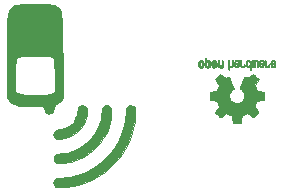
<source format=gbr>
G04 #@! TF.GenerationSoftware,KiCad,Pcbnew,5.1.10-1.fc33*
G04 #@! TF.CreationDate,2021-10-10T15:30:15-05:00*
G04 #@! TF.ProjectId,dac_pmod,6461635f-706d-46f6-942e-6b696361645f,A*
G04 #@! TF.SameCoordinates,Original*
G04 #@! TF.FileFunction,Legend,Bot*
G04 #@! TF.FilePolarity,Positive*
%FSLAX46Y46*%
G04 Gerber Fmt 4.6, Leading zero omitted, Abs format (unit mm)*
G04 Created by KiCad (PCBNEW 5.1.10-1.fc33) date 2021-10-10 15:30:15*
%MOMM*%
%LPD*%
G01*
G04 APERTURE LIST*
%ADD10C,0.010000*%
G04 APERTURE END LIST*
D10*
G36*
X151603910Y-94507652D02*
G01*
X151682454Y-94507222D01*
X151739298Y-94506058D01*
X151778105Y-94503793D01*
X151802538Y-94500060D01*
X151816262Y-94494494D01*
X151822940Y-94486727D01*
X151826236Y-94476395D01*
X151826556Y-94475057D01*
X151831562Y-94450921D01*
X151840829Y-94403299D01*
X151853392Y-94337259D01*
X151868287Y-94257872D01*
X151884551Y-94170204D01*
X151885119Y-94167125D01*
X151901410Y-94081211D01*
X151916652Y-94005304D01*
X151929861Y-93943955D01*
X151940054Y-93901718D01*
X151946248Y-93883145D01*
X151946543Y-93882816D01*
X151964788Y-93873747D01*
X152002405Y-93858633D01*
X152051271Y-93840738D01*
X152051543Y-93840642D01*
X152113093Y-93817507D01*
X152185657Y-93788035D01*
X152254057Y-93758403D01*
X152257294Y-93756938D01*
X152368702Y-93706374D01*
X152615399Y-93874840D01*
X152691077Y-93926197D01*
X152759631Y-93972111D01*
X152817088Y-94009970D01*
X152859476Y-94037163D01*
X152882825Y-94051079D01*
X152885042Y-94052111D01*
X152902010Y-94047516D01*
X152933701Y-94025345D01*
X152981352Y-93984553D01*
X153046198Y-93924095D01*
X153112397Y-93859773D01*
X153176214Y-93796388D01*
X153233329Y-93738549D01*
X153280305Y-93689825D01*
X153313703Y-93653790D01*
X153330085Y-93634016D01*
X153330694Y-93632998D01*
X153332505Y-93619428D01*
X153325683Y-93597267D01*
X153308540Y-93563522D01*
X153279393Y-93515200D01*
X153236555Y-93449308D01*
X153179448Y-93364483D01*
X153128766Y-93289823D01*
X153083461Y-93222860D01*
X153046150Y-93167484D01*
X153019452Y-93127580D01*
X153005985Y-93107038D01*
X153005137Y-93105644D01*
X153006781Y-93085962D01*
X153019245Y-93047707D01*
X153040048Y-92998111D01*
X153047462Y-92982272D01*
X153079814Y-92911710D01*
X153114328Y-92831647D01*
X153142365Y-92762371D01*
X153162568Y-92710955D01*
X153178615Y-92671881D01*
X153187888Y-92651459D01*
X153189041Y-92649886D01*
X153206096Y-92647279D01*
X153246298Y-92640137D01*
X153304302Y-92629477D01*
X153374763Y-92616315D01*
X153452335Y-92601667D01*
X153531672Y-92586551D01*
X153607431Y-92571982D01*
X153674264Y-92558978D01*
X153726828Y-92548555D01*
X153759776Y-92541730D01*
X153767857Y-92539801D01*
X153776205Y-92535038D01*
X153782506Y-92524282D01*
X153787045Y-92503902D01*
X153790104Y-92470266D01*
X153791967Y-92419745D01*
X153792918Y-92348708D01*
X153793240Y-92253524D01*
X153793257Y-92214508D01*
X153793257Y-91897201D01*
X153717057Y-91882161D01*
X153674663Y-91874005D01*
X153611400Y-91862101D01*
X153534962Y-91847884D01*
X153453043Y-91832790D01*
X153430400Y-91828645D01*
X153354806Y-91813947D01*
X153288953Y-91799495D01*
X153238366Y-91786625D01*
X153208574Y-91776678D01*
X153203612Y-91773713D01*
X153191426Y-91752717D01*
X153173953Y-91712033D01*
X153154577Y-91659678D01*
X153150734Y-91648400D01*
X153125339Y-91578477D01*
X153093817Y-91499582D01*
X153062969Y-91428734D01*
X153062817Y-91428405D01*
X153011447Y-91317267D01*
X153180399Y-91068747D01*
X153349352Y-90820228D01*
X153132429Y-90602942D01*
X153066819Y-90538274D01*
X153006979Y-90481267D01*
X152956267Y-90434967D01*
X152918046Y-90402416D01*
X152895675Y-90386657D01*
X152892466Y-90385657D01*
X152873626Y-90393531D01*
X152835180Y-90415422D01*
X152781330Y-90448733D01*
X152716276Y-90490869D01*
X152645940Y-90538057D01*
X152574555Y-90586190D01*
X152510908Y-90628072D01*
X152459041Y-90661129D01*
X152422995Y-90682782D01*
X152406867Y-90690457D01*
X152387189Y-90683963D01*
X152349875Y-90666850D01*
X152302621Y-90642674D01*
X152297612Y-90639987D01*
X152233977Y-90608073D01*
X152190341Y-90592421D01*
X152163202Y-90592255D01*
X152149057Y-90606796D01*
X152148975Y-90607000D01*
X152141905Y-90624221D01*
X152125042Y-90665101D01*
X152099695Y-90726475D01*
X152067171Y-90805181D01*
X152028778Y-90898053D01*
X151985822Y-91001928D01*
X151944222Y-91102498D01*
X151898504Y-91213484D01*
X151856526Y-91316297D01*
X151819548Y-91407785D01*
X151788827Y-91484799D01*
X151765622Y-91544185D01*
X151751190Y-91582791D01*
X151746743Y-91597200D01*
X151757896Y-91613728D01*
X151787069Y-91640070D01*
X151825971Y-91669113D01*
X151936757Y-91760961D01*
X152023351Y-91866241D01*
X152084716Y-91982734D01*
X152119815Y-92108224D01*
X152127608Y-92240493D01*
X152121943Y-92301543D01*
X152091078Y-92428205D01*
X152037920Y-92540059D01*
X151965767Y-92635999D01*
X151877917Y-92714924D01*
X151777665Y-92775730D01*
X151668310Y-92817313D01*
X151553147Y-92838572D01*
X151435475Y-92838401D01*
X151318590Y-92815699D01*
X151205789Y-92769362D01*
X151100369Y-92698287D01*
X151056368Y-92658089D01*
X150971979Y-92554871D01*
X150913222Y-92442075D01*
X150879704Y-92322990D01*
X150871035Y-92200905D01*
X150886823Y-92079107D01*
X150926678Y-91960884D01*
X150990207Y-91849525D01*
X151077021Y-91748316D01*
X151174029Y-91669113D01*
X151214437Y-91638838D01*
X151242982Y-91612781D01*
X151253257Y-91597175D01*
X151247877Y-91580157D01*
X151232575Y-91539500D01*
X151208612Y-91478358D01*
X151177244Y-91399881D01*
X151139732Y-91307220D01*
X151097333Y-91203528D01*
X151055663Y-91102474D01*
X151009690Y-90991393D01*
X150967107Y-90888459D01*
X150929221Y-90796835D01*
X150897340Y-90719684D01*
X150872771Y-90660169D01*
X150856820Y-90621456D01*
X150850910Y-90607000D01*
X150836948Y-90592315D01*
X150809940Y-90592358D01*
X150766413Y-90607901D01*
X150702890Y-90639716D01*
X150702388Y-90639987D01*
X150654560Y-90664677D01*
X150615897Y-90682662D01*
X150594095Y-90690386D01*
X150593133Y-90690457D01*
X150576721Y-90682622D01*
X150540487Y-90660835D01*
X150488474Y-90627672D01*
X150424725Y-90585709D01*
X150354060Y-90538057D01*
X150282116Y-90489809D01*
X150217274Y-90447849D01*
X150163735Y-90414773D01*
X150125697Y-90393179D01*
X150107533Y-90385657D01*
X150090808Y-90395543D01*
X150057180Y-90423174D01*
X150010010Y-90465505D01*
X149952658Y-90519495D01*
X149888484Y-90582101D01*
X149867497Y-90603017D01*
X149650499Y-90820377D01*
X149815668Y-91062780D01*
X149865864Y-91137219D01*
X149909919Y-91204028D01*
X149945362Y-91259335D01*
X149969719Y-91299271D01*
X149980522Y-91319964D01*
X149980838Y-91321437D01*
X149975143Y-91340942D01*
X149959826Y-91380178D01*
X149937537Y-91432570D01*
X149921893Y-91467645D01*
X149892641Y-91534799D01*
X149865094Y-91602642D01*
X149843737Y-91659966D01*
X149837935Y-91677428D01*
X149821452Y-91724062D01*
X149805340Y-91760095D01*
X149796490Y-91773713D01*
X149776960Y-91782048D01*
X149734334Y-91793863D01*
X149674145Y-91807819D01*
X149601922Y-91822578D01*
X149569600Y-91828645D01*
X149487522Y-91843727D01*
X149408795Y-91858331D01*
X149341109Y-91871020D01*
X149292160Y-91880358D01*
X149282943Y-91882161D01*
X149206743Y-91897201D01*
X149206743Y-92214508D01*
X149206914Y-92318846D01*
X149207616Y-92397787D01*
X149209134Y-92454962D01*
X149211749Y-92494001D01*
X149215746Y-92518535D01*
X149221409Y-92532195D01*
X149229020Y-92538611D01*
X149232143Y-92539801D01*
X149250978Y-92544020D01*
X149292588Y-92552438D01*
X149351630Y-92564039D01*
X149422757Y-92577805D01*
X149500625Y-92592720D01*
X149579887Y-92607768D01*
X149655198Y-92621931D01*
X149721213Y-92634194D01*
X149772587Y-92643539D01*
X149803975Y-92648950D01*
X149810959Y-92649886D01*
X149817285Y-92662404D01*
X149831290Y-92695754D01*
X149850355Y-92743623D01*
X149857634Y-92762371D01*
X149886996Y-92834805D01*
X149921571Y-92914830D01*
X149952537Y-92982272D01*
X149975323Y-93033841D01*
X149990482Y-93076215D01*
X149995542Y-93102166D01*
X149994736Y-93105644D01*
X149984041Y-93122064D01*
X149959620Y-93158583D01*
X149924095Y-93211313D01*
X149880087Y-93276365D01*
X149830217Y-93349849D01*
X149820356Y-93364355D01*
X149762492Y-93450296D01*
X149719956Y-93515739D01*
X149691054Y-93563696D01*
X149674090Y-93597180D01*
X149667367Y-93619205D01*
X149669190Y-93632783D01*
X149669236Y-93632869D01*
X149683586Y-93650703D01*
X149715323Y-93685183D01*
X149761010Y-93732732D01*
X149817204Y-93789778D01*
X149880468Y-93852745D01*
X149887602Y-93859773D01*
X149967330Y-93936980D01*
X150028857Y-93993670D01*
X150073421Y-94030890D01*
X150102257Y-94049685D01*
X150114958Y-94052111D01*
X150133494Y-94041529D01*
X150171961Y-94017084D01*
X150226386Y-93981388D01*
X150292798Y-93937053D01*
X150367225Y-93886689D01*
X150384601Y-93874840D01*
X150631297Y-93706374D01*
X150742706Y-93756938D01*
X150810457Y-93786405D01*
X150883183Y-93816041D01*
X150945703Y-93839670D01*
X150948457Y-93840642D01*
X150997360Y-93858543D01*
X151035057Y-93873680D01*
X151053425Y-93882790D01*
X151053456Y-93882816D01*
X151059285Y-93899283D01*
X151069192Y-93939781D01*
X151082195Y-93999758D01*
X151097309Y-94074660D01*
X151113552Y-94159936D01*
X151114881Y-94167125D01*
X151131175Y-94254986D01*
X151146133Y-94334740D01*
X151158791Y-94401319D01*
X151168186Y-94449653D01*
X151173354Y-94474675D01*
X151173444Y-94475057D01*
X151176589Y-94485701D01*
X151182704Y-94493738D01*
X151195453Y-94499533D01*
X151218500Y-94503453D01*
X151255509Y-94505865D01*
X151310144Y-94507135D01*
X151386067Y-94507629D01*
X151486944Y-94507714D01*
X151500000Y-94507714D01*
X151603910Y-94507652D01*
G37*
X151603910Y-94507652D02*
X151682454Y-94507222D01*
X151739298Y-94506058D01*
X151778105Y-94503793D01*
X151802538Y-94500060D01*
X151816262Y-94494494D01*
X151822940Y-94486727D01*
X151826236Y-94476395D01*
X151826556Y-94475057D01*
X151831562Y-94450921D01*
X151840829Y-94403299D01*
X151853392Y-94337259D01*
X151868287Y-94257872D01*
X151884551Y-94170204D01*
X151885119Y-94167125D01*
X151901410Y-94081211D01*
X151916652Y-94005304D01*
X151929861Y-93943955D01*
X151940054Y-93901718D01*
X151946248Y-93883145D01*
X151946543Y-93882816D01*
X151964788Y-93873747D01*
X152002405Y-93858633D01*
X152051271Y-93840738D01*
X152051543Y-93840642D01*
X152113093Y-93817507D01*
X152185657Y-93788035D01*
X152254057Y-93758403D01*
X152257294Y-93756938D01*
X152368702Y-93706374D01*
X152615399Y-93874840D01*
X152691077Y-93926197D01*
X152759631Y-93972111D01*
X152817088Y-94009970D01*
X152859476Y-94037163D01*
X152882825Y-94051079D01*
X152885042Y-94052111D01*
X152902010Y-94047516D01*
X152933701Y-94025345D01*
X152981352Y-93984553D01*
X153046198Y-93924095D01*
X153112397Y-93859773D01*
X153176214Y-93796388D01*
X153233329Y-93738549D01*
X153280305Y-93689825D01*
X153313703Y-93653790D01*
X153330085Y-93634016D01*
X153330694Y-93632998D01*
X153332505Y-93619428D01*
X153325683Y-93597267D01*
X153308540Y-93563522D01*
X153279393Y-93515200D01*
X153236555Y-93449308D01*
X153179448Y-93364483D01*
X153128766Y-93289823D01*
X153083461Y-93222860D01*
X153046150Y-93167484D01*
X153019452Y-93127580D01*
X153005985Y-93107038D01*
X153005137Y-93105644D01*
X153006781Y-93085962D01*
X153019245Y-93047707D01*
X153040048Y-92998111D01*
X153047462Y-92982272D01*
X153079814Y-92911710D01*
X153114328Y-92831647D01*
X153142365Y-92762371D01*
X153162568Y-92710955D01*
X153178615Y-92671881D01*
X153187888Y-92651459D01*
X153189041Y-92649886D01*
X153206096Y-92647279D01*
X153246298Y-92640137D01*
X153304302Y-92629477D01*
X153374763Y-92616315D01*
X153452335Y-92601667D01*
X153531672Y-92586551D01*
X153607431Y-92571982D01*
X153674264Y-92558978D01*
X153726828Y-92548555D01*
X153759776Y-92541730D01*
X153767857Y-92539801D01*
X153776205Y-92535038D01*
X153782506Y-92524282D01*
X153787045Y-92503902D01*
X153790104Y-92470266D01*
X153791967Y-92419745D01*
X153792918Y-92348708D01*
X153793240Y-92253524D01*
X153793257Y-92214508D01*
X153793257Y-91897201D01*
X153717057Y-91882161D01*
X153674663Y-91874005D01*
X153611400Y-91862101D01*
X153534962Y-91847884D01*
X153453043Y-91832790D01*
X153430400Y-91828645D01*
X153354806Y-91813947D01*
X153288953Y-91799495D01*
X153238366Y-91786625D01*
X153208574Y-91776678D01*
X153203612Y-91773713D01*
X153191426Y-91752717D01*
X153173953Y-91712033D01*
X153154577Y-91659678D01*
X153150734Y-91648400D01*
X153125339Y-91578477D01*
X153093817Y-91499582D01*
X153062969Y-91428734D01*
X153062817Y-91428405D01*
X153011447Y-91317267D01*
X153180399Y-91068747D01*
X153349352Y-90820228D01*
X153132429Y-90602942D01*
X153066819Y-90538274D01*
X153006979Y-90481267D01*
X152956267Y-90434967D01*
X152918046Y-90402416D01*
X152895675Y-90386657D01*
X152892466Y-90385657D01*
X152873626Y-90393531D01*
X152835180Y-90415422D01*
X152781330Y-90448733D01*
X152716276Y-90490869D01*
X152645940Y-90538057D01*
X152574555Y-90586190D01*
X152510908Y-90628072D01*
X152459041Y-90661129D01*
X152422995Y-90682782D01*
X152406867Y-90690457D01*
X152387189Y-90683963D01*
X152349875Y-90666850D01*
X152302621Y-90642674D01*
X152297612Y-90639987D01*
X152233977Y-90608073D01*
X152190341Y-90592421D01*
X152163202Y-90592255D01*
X152149057Y-90606796D01*
X152148975Y-90607000D01*
X152141905Y-90624221D01*
X152125042Y-90665101D01*
X152099695Y-90726475D01*
X152067171Y-90805181D01*
X152028778Y-90898053D01*
X151985822Y-91001928D01*
X151944222Y-91102498D01*
X151898504Y-91213484D01*
X151856526Y-91316297D01*
X151819548Y-91407785D01*
X151788827Y-91484799D01*
X151765622Y-91544185D01*
X151751190Y-91582791D01*
X151746743Y-91597200D01*
X151757896Y-91613728D01*
X151787069Y-91640070D01*
X151825971Y-91669113D01*
X151936757Y-91760961D01*
X152023351Y-91866241D01*
X152084716Y-91982734D01*
X152119815Y-92108224D01*
X152127608Y-92240493D01*
X152121943Y-92301543D01*
X152091078Y-92428205D01*
X152037920Y-92540059D01*
X151965767Y-92635999D01*
X151877917Y-92714924D01*
X151777665Y-92775730D01*
X151668310Y-92817313D01*
X151553147Y-92838572D01*
X151435475Y-92838401D01*
X151318590Y-92815699D01*
X151205789Y-92769362D01*
X151100369Y-92698287D01*
X151056368Y-92658089D01*
X150971979Y-92554871D01*
X150913222Y-92442075D01*
X150879704Y-92322990D01*
X150871035Y-92200905D01*
X150886823Y-92079107D01*
X150926678Y-91960884D01*
X150990207Y-91849525D01*
X151077021Y-91748316D01*
X151174029Y-91669113D01*
X151214437Y-91638838D01*
X151242982Y-91612781D01*
X151253257Y-91597175D01*
X151247877Y-91580157D01*
X151232575Y-91539500D01*
X151208612Y-91478358D01*
X151177244Y-91399881D01*
X151139732Y-91307220D01*
X151097333Y-91203528D01*
X151055663Y-91102474D01*
X151009690Y-90991393D01*
X150967107Y-90888459D01*
X150929221Y-90796835D01*
X150897340Y-90719684D01*
X150872771Y-90660169D01*
X150856820Y-90621456D01*
X150850910Y-90607000D01*
X150836948Y-90592315D01*
X150809940Y-90592358D01*
X150766413Y-90607901D01*
X150702890Y-90639716D01*
X150702388Y-90639987D01*
X150654560Y-90664677D01*
X150615897Y-90682662D01*
X150594095Y-90690386D01*
X150593133Y-90690457D01*
X150576721Y-90682622D01*
X150540487Y-90660835D01*
X150488474Y-90627672D01*
X150424725Y-90585709D01*
X150354060Y-90538057D01*
X150282116Y-90489809D01*
X150217274Y-90447849D01*
X150163735Y-90414773D01*
X150125697Y-90393179D01*
X150107533Y-90385657D01*
X150090808Y-90395543D01*
X150057180Y-90423174D01*
X150010010Y-90465505D01*
X149952658Y-90519495D01*
X149888484Y-90582101D01*
X149867497Y-90603017D01*
X149650499Y-90820377D01*
X149815668Y-91062780D01*
X149865864Y-91137219D01*
X149909919Y-91204028D01*
X149945362Y-91259335D01*
X149969719Y-91299271D01*
X149980522Y-91319964D01*
X149980838Y-91321437D01*
X149975143Y-91340942D01*
X149959826Y-91380178D01*
X149937537Y-91432570D01*
X149921893Y-91467645D01*
X149892641Y-91534799D01*
X149865094Y-91602642D01*
X149843737Y-91659966D01*
X149837935Y-91677428D01*
X149821452Y-91724062D01*
X149805340Y-91760095D01*
X149796490Y-91773713D01*
X149776960Y-91782048D01*
X149734334Y-91793863D01*
X149674145Y-91807819D01*
X149601922Y-91822578D01*
X149569600Y-91828645D01*
X149487522Y-91843727D01*
X149408795Y-91858331D01*
X149341109Y-91871020D01*
X149292160Y-91880358D01*
X149282943Y-91882161D01*
X149206743Y-91897201D01*
X149206743Y-92214508D01*
X149206914Y-92318846D01*
X149207616Y-92397787D01*
X149209134Y-92454962D01*
X149211749Y-92494001D01*
X149215746Y-92518535D01*
X149221409Y-92532195D01*
X149229020Y-92538611D01*
X149232143Y-92539801D01*
X149250978Y-92544020D01*
X149292588Y-92552438D01*
X149351630Y-92564039D01*
X149422757Y-92577805D01*
X149500625Y-92592720D01*
X149579887Y-92607768D01*
X149655198Y-92621931D01*
X149721213Y-92634194D01*
X149772587Y-92643539D01*
X149803975Y-92648950D01*
X149810959Y-92649886D01*
X149817285Y-92662404D01*
X149831290Y-92695754D01*
X149850355Y-92743623D01*
X149857634Y-92762371D01*
X149886996Y-92834805D01*
X149921571Y-92914830D01*
X149952537Y-92982272D01*
X149975323Y-93033841D01*
X149990482Y-93076215D01*
X149995542Y-93102166D01*
X149994736Y-93105644D01*
X149984041Y-93122064D01*
X149959620Y-93158583D01*
X149924095Y-93211313D01*
X149880087Y-93276365D01*
X149830217Y-93349849D01*
X149820356Y-93364355D01*
X149762492Y-93450296D01*
X149719956Y-93515739D01*
X149691054Y-93563696D01*
X149674090Y-93597180D01*
X149667367Y-93619205D01*
X149669190Y-93632783D01*
X149669236Y-93632869D01*
X149683586Y-93650703D01*
X149715323Y-93685183D01*
X149761010Y-93732732D01*
X149817204Y-93789778D01*
X149880468Y-93852745D01*
X149887602Y-93859773D01*
X149967330Y-93936980D01*
X150028857Y-93993670D01*
X150073421Y-94030890D01*
X150102257Y-94049685D01*
X150114958Y-94052111D01*
X150133494Y-94041529D01*
X150171961Y-94017084D01*
X150226386Y-93981388D01*
X150292798Y-93937053D01*
X150367225Y-93886689D01*
X150384601Y-93874840D01*
X150631297Y-93706374D01*
X150742706Y-93756938D01*
X150810457Y-93786405D01*
X150883183Y-93816041D01*
X150945703Y-93839670D01*
X150948457Y-93840642D01*
X150997360Y-93858543D01*
X151035057Y-93873680D01*
X151053425Y-93882790D01*
X151053456Y-93882816D01*
X151059285Y-93899283D01*
X151069192Y-93939781D01*
X151082195Y-93999758D01*
X151097309Y-94074660D01*
X151113552Y-94159936D01*
X151114881Y-94167125D01*
X151131175Y-94254986D01*
X151146133Y-94334740D01*
X151158791Y-94401319D01*
X151168186Y-94449653D01*
X151173354Y-94474675D01*
X151173444Y-94475057D01*
X151176589Y-94485701D01*
X151182704Y-94493738D01*
X151195453Y-94499533D01*
X151218500Y-94503453D01*
X151255509Y-94505865D01*
X151310144Y-94507135D01*
X151386067Y-94507629D01*
X151486944Y-94507714D01*
X151500000Y-94507714D01*
X151603910Y-94507652D01*
G36*
X154653595Y-89783034D02*
G01*
X154711021Y-89745503D01*
X154738719Y-89711904D01*
X154760662Y-89650936D01*
X154762405Y-89602692D01*
X154758457Y-89538184D01*
X154609686Y-89473066D01*
X154537349Y-89439798D01*
X154490084Y-89413036D01*
X154465507Y-89389856D01*
X154461237Y-89367333D01*
X154474889Y-89342545D01*
X154489943Y-89326114D01*
X154533746Y-89299765D01*
X154581389Y-89297919D01*
X154625145Y-89318454D01*
X154657289Y-89359248D01*
X154663038Y-89373653D01*
X154690576Y-89418644D01*
X154722258Y-89437818D01*
X154765714Y-89454221D01*
X154765714Y-89392034D01*
X154761872Y-89349717D01*
X154746823Y-89314031D01*
X154715280Y-89273057D01*
X154710592Y-89267733D01*
X154675506Y-89231280D01*
X154645347Y-89211717D01*
X154607615Y-89202717D01*
X154576335Y-89199770D01*
X154520385Y-89199035D01*
X154480555Y-89208340D01*
X154455708Y-89222154D01*
X154416656Y-89252533D01*
X154389625Y-89285387D01*
X154372517Y-89326706D01*
X154363238Y-89382479D01*
X154359693Y-89458695D01*
X154359410Y-89497378D01*
X154360372Y-89543753D01*
X154448007Y-89543753D01*
X154449023Y-89518874D01*
X154451556Y-89514800D01*
X154468274Y-89520335D01*
X154504249Y-89534983D01*
X154552331Y-89555810D01*
X154562386Y-89560286D01*
X154623152Y-89591186D01*
X154656632Y-89618343D01*
X154663990Y-89643780D01*
X154646391Y-89669519D01*
X154631856Y-89680891D01*
X154579410Y-89703636D01*
X154530322Y-89699878D01*
X154489227Y-89672116D01*
X154460758Y-89622848D01*
X154451631Y-89583743D01*
X154448007Y-89543753D01*
X154360372Y-89543753D01*
X154361285Y-89587751D01*
X154368196Y-89654616D01*
X154381884Y-89703305D01*
X154404096Y-89739151D01*
X154436574Y-89767487D01*
X154450733Y-89776645D01*
X154515053Y-89800493D01*
X154585473Y-89801994D01*
X154653595Y-89783034D01*
G37*
X154653595Y-89783034D02*
X154711021Y-89745503D01*
X154738719Y-89711904D01*
X154760662Y-89650936D01*
X154762405Y-89602692D01*
X154758457Y-89538184D01*
X154609686Y-89473066D01*
X154537349Y-89439798D01*
X154490084Y-89413036D01*
X154465507Y-89389856D01*
X154461237Y-89367333D01*
X154474889Y-89342545D01*
X154489943Y-89326114D01*
X154533746Y-89299765D01*
X154581389Y-89297919D01*
X154625145Y-89318454D01*
X154657289Y-89359248D01*
X154663038Y-89373653D01*
X154690576Y-89418644D01*
X154722258Y-89437818D01*
X154765714Y-89454221D01*
X154765714Y-89392034D01*
X154761872Y-89349717D01*
X154746823Y-89314031D01*
X154715280Y-89273057D01*
X154710592Y-89267733D01*
X154675506Y-89231280D01*
X154645347Y-89211717D01*
X154607615Y-89202717D01*
X154576335Y-89199770D01*
X154520385Y-89199035D01*
X154480555Y-89208340D01*
X154455708Y-89222154D01*
X154416656Y-89252533D01*
X154389625Y-89285387D01*
X154372517Y-89326706D01*
X154363238Y-89382479D01*
X154359693Y-89458695D01*
X154359410Y-89497378D01*
X154360372Y-89543753D01*
X154448007Y-89543753D01*
X154449023Y-89518874D01*
X154451556Y-89514800D01*
X154468274Y-89520335D01*
X154504249Y-89534983D01*
X154552331Y-89555810D01*
X154562386Y-89560286D01*
X154623152Y-89591186D01*
X154656632Y-89618343D01*
X154663990Y-89643780D01*
X154646391Y-89669519D01*
X154631856Y-89680891D01*
X154579410Y-89703636D01*
X154530322Y-89699878D01*
X154489227Y-89672116D01*
X154460758Y-89622848D01*
X154451631Y-89583743D01*
X154448007Y-89543753D01*
X154360372Y-89543753D01*
X154361285Y-89587751D01*
X154368196Y-89654616D01*
X154381884Y-89703305D01*
X154404096Y-89739151D01*
X154436574Y-89767487D01*
X154450733Y-89776645D01*
X154515053Y-89800493D01*
X154585473Y-89801994D01*
X154653595Y-89783034D01*
G36*
X154152600Y-89791248D02*
G01*
X154169948Y-89783666D01*
X154211356Y-89750872D01*
X154246765Y-89703453D01*
X154268664Y-89652849D01*
X154272229Y-89627902D01*
X154260279Y-89593073D01*
X154234067Y-89574643D01*
X154205964Y-89563484D01*
X154193095Y-89561428D01*
X154186829Y-89576351D01*
X154174456Y-89608825D01*
X154169028Y-89623498D01*
X154138590Y-89674256D01*
X154094520Y-89699573D01*
X154038010Y-89698794D01*
X154033825Y-89697797D01*
X154003655Y-89683493D01*
X153981476Y-89655607D01*
X153966327Y-89610713D01*
X153957250Y-89545385D01*
X153953286Y-89456196D01*
X153952914Y-89408739D01*
X153952730Y-89333929D01*
X153951522Y-89282931D01*
X153948309Y-89250529D01*
X153942109Y-89231505D01*
X153931940Y-89220644D01*
X153916819Y-89212728D01*
X153915946Y-89212330D01*
X153886828Y-89200019D01*
X153872403Y-89195486D01*
X153870186Y-89209191D01*
X153868289Y-89247075D01*
X153866847Y-89304285D01*
X153865998Y-89375973D01*
X153865829Y-89428435D01*
X153866692Y-89529953D01*
X153870070Y-89606968D01*
X153877142Y-89663977D01*
X153889088Y-89705474D01*
X153907090Y-89735957D01*
X153932327Y-89759920D01*
X153957247Y-89776645D01*
X154017171Y-89798903D01*
X154086911Y-89803924D01*
X154152600Y-89791248D01*
G37*
X154152600Y-89791248D02*
X154169948Y-89783666D01*
X154211356Y-89750872D01*
X154246765Y-89703453D01*
X154268664Y-89652849D01*
X154272229Y-89627902D01*
X154260279Y-89593073D01*
X154234067Y-89574643D01*
X154205964Y-89563484D01*
X154193095Y-89561428D01*
X154186829Y-89576351D01*
X154174456Y-89608825D01*
X154169028Y-89623498D01*
X154138590Y-89674256D01*
X154094520Y-89699573D01*
X154038010Y-89698794D01*
X154033825Y-89697797D01*
X154003655Y-89683493D01*
X153981476Y-89655607D01*
X153966327Y-89610713D01*
X153957250Y-89545385D01*
X153953286Y-89456196D01*
X153952914Y-89408739D01*
X153952730Y-89333929D01*
X153951522Y-89282931D01*
X153948309Y-89250529D01*
X153942109Y-89231505D01*
X153931940Y-89220644D01*
X153916819Y-89212728D01*
X153915946Y-89212330D01*
X153886828Y-89200019D01*
X153872403Y-89195486D01*
X153870186Y-89209191D01*
X153868289Y-89247075D01*
X153866847Y-89304285D01*
X153865998Y-89375973D01*
X153865829Y-89428435D01*
X153866692Y-89529953D01*
X153870070Y-89606968D01*
X153877142Y-89663977D01*
X153889088Y-89705474D01*
X153907090Y-89735957D01*
X153932327Y-89759920D01*
X153957247Y-89776645D01*
X154017171Y-89798903D01*
X154086911Y-89803924D01*
X154152600Y-89791248D01*
G36*
X153644876Y-89793665D02*
G01*
X153686667Y-89774656D01*
X153719469Y-89751622D01*
X153743503Y-89725867D01*
X153760097Y-89692642D01*
X153770577Y-89647200D01*
X153776271Y-89584793D01*
X153778507Y-89500673D01*
X153778743Y-89445279D01*
X153778743Y-89229174D01*
X153741774Y-89212330D01*
X153712656Y-89200019D01*
X153698231Y-89195486D01*
X153695472Y-89208975D01*
X153693282Y-89245347D01*
X153691942Y-89298458D01*
X153691657Y-89340628D01*
X153690434Y-89401553D01*
X153687136Y-89449885D01*
X153682321Y-89479482D01*
X153678496Y-89485771D01*
X153652783Y-89479348D01*
X153612418Y-89462875D01*
X153565679Y-89440542D01*
X153520845Y-89416543D01*
X153486193Y-89395070D01*
X153470002Y-89380315D01*
X153469938Y-89380155D01*
X153471330Y-89352848D01*
X153483818Y-89326781D01*
X153505743Y-89305608D01*
X153537743Y-89298526D01*
X153565092Y-89299351D01*
X153603826Y-89299958D01*
X153624158Y-89290884D01*
X153636369Y-89266908D01*
X153637909Y-89262387D01*
X153643203Y-89228194D01*
X153629047Y-89207432D01*
X153592148Y-89197538D01*
X153552289Y-89195708D01*
X153480562Y-89209273D01*
X153443432Y-89228645D01*
X153397576Y-89274155D01*
X153373256Y-89330017D01*
X153371073Y-89389043D01*
X153391629Y-89444047D01*
X153422549Y-89478514D01*
X153453420Y-89497811D01*
X153501942Y-89522241D01*
X153558485Y-89547015D01*
X153567910Y-89550801D01*
X153630019Y-89578209D01*
X153665822Y-89602366D01*
X153677337Y-89626381D01*
X153666580Y-89653365D01*
X153648114Y-89674457D01*
X153604469Y-89700428D01*
X153556446Y-89702376D01*
X153512406Y-89682363D01*
X153480709Y-89642449D01*
X153476549Y-89632152D01*
X153452327Y-89594276D01*
X153416965Y-89566158D01*
X153372343Y-89543083D01*
X153372343Y-89608515D01*
X153374969Y-89648494D01*
X153386230Y-89680003D01*
X153411199Y-89713622D01*
X153435169Y-89739516D01*
X153472441Y-89776183D01*
X153501401Y-89795879D01*
X153532505Y-89803780D01*
X153567713Y-89805086D01*
X153644876Y-89793665D01*
G37*
X153644876Y-89793665D02*
X153686667Y-89774656D01*
X153719469Y-89751622D01*
X153743503Y-89725867D01*
X153760097Y-89692642D01*
X153770577Y-89647200D01*
X153776271Y-89584793D01*
X153778507Y-89500673D01*
X153778743Y-89445279D01*
X153778743Y-89229174D01*
X153741774Y-89212330D01*
X153712656Y-89200019D01*
X153698231Y-89195486D01*
X153695472Y-89208975D01*
X153693282Y-89245347D01*
X153691942Y-89298458D01*
X153691657Y-89340628D01*
X153690434Y-89401553D01*
X153687136Y-89449885D01*
X153682321Y-89479482D01*
X153678496Y-89485771D01*
X153652783Y-89479348D01*
X153612418Y-89462875D01*
X153565679Y-89440542D01*
X153520845Y-89416543D01*
X153486193Y-89395070D01*
X153470002Y-89380315D01*
X153469938Y-89380155D01*
X153471330Y-89352848D01*
X153483818Y-89326781D01*
X153505743Y-89305608D01*
X153537743Y-89298526D01*
X153565092Y-89299351D01*
X153603826Y-89299958D01*
X153624158Y-89290884D01*
X153636369Y-89266908D01*
X153637909Y-89262387D01*
X153643203Y-89228194D01*
X153629047Y-89207432D01*
X153592148Y-89197538D01*
X153552289Y-89195708D01*
X153480562Y-89209273D01*
X153443432Y-89228645D01*
X153397576Y-89274155D01*
X153373256Y-89330017D01*
X153371073Y-89389043D01*
X153391629Y-89444047D01*
X153422549Y-89478514D01*
X153453420Y-89497811D01*
X153501942Y-89522241D01*
X153558485Y-89547015D01*
X153567910Y-89550801D01*
X153630019Y-89578209D01*
X153665822Y-89602366D01*
X153677337Y-89626381D01*
X153666580Y-89653365D01*
X153648114Y-89674457D01*
X153604469Y-89700428D01*
X153556446Y-89702376D01*
X153512406Y-89682363D01*
X153480709Y-89642449D01*
X153476549Y-89632152D01*
X153452327Y-89594276D01*
X153416965Y-89566158D01*
X153372343Y-89543083D01*
X153372343Y-89608515D01*
X153374969Y-89648494D01*
X153386230Y-89680003D01*
X153411199Y-89713622D01*
X153435169Y-89739516D01*
X153472441Y-89776183D01*
X153501401Y-89795879D01*
X153532505Y-89803780D01*
X153567713Y-89805086D01*
X153644876Y-89793665D01*
G36*
X153279833Y-89791337D02*
G01*
X153282048Y-89753150D01*
X153283784Y-89695114D01*
X153284899Y-89621820D01*
X153285257Y-89544945D01*
X153285257Y-89284804D01*
X153239326Y-89238873D01*
X153207675Y-89210571D01*
X153179890Y-89199107D01*
X153141915Y-89199832D01*
X153126840Y-89201679D01*
X153079726Y-89207052D01*
X153040756Y-89210131D01*
X153031257Y-89210415D01*
X152999233Y-89208555D01*
X152953432Y-89203886D01*
X152935674Y-89201679D01*
X152892057Y-89198265D01*
X152862745Y-89205680D01*
X152833680Y-89228573D01*
X152823188Y-89238873D01*
X152777257Y-89284804D01*
X152777257Y-89771398D01*
X152814226Y-89788242D01*
X152846059Y-89800718D01*
X152864683Y-89805086D01*
X152869458Y-89791282D01*
X152873921Y-89752714D01*
X152877775Y-89693644D01*
X152880722Y-89618337D01*
X152882143Y-89554714D01*
X152886114Y-89304343D01*
X152920759Y-89299444D01*
X152952268Y-89302869D01*
X152967708Y-89313959D01*
X152972023Y-89334692D01*
X152975708Y-89378855D01*
X152978469Y-89440854D01*
X152980012Y-89515091D01*
X152980235Y-89553294D01*
X152980457Y-89773217D01*
X153026166Y-89789151D01*
X153058518Y-89799985D01*
X153076115Y-89805038D01*
X153076623Y-89805086D01*
X153078388Y-89791352D01*
X153080329Y-89753270D01*
X153082282Y-89695518D01*
X153084084Y-89622773D01*
X153085343Y-89554714D01*
X153089314Y-89304343D01*
X153176400Y-89304343D01*
X153180396Y-89532760D01*
X153184392Y-89761178D01*
X153226847Y-89783132D01*
X153258192Y-89798207D01*
X153276744Y-89805049D01*
X153277279Y-89805086D01*
X153279833Y-89791337D01*
G37*
X153279833Y-89791337D02*
X153282048Y-89753150D01*
X153283784Y-89695114D01*
X153284899Y-89621820D01*
X153285257Y-89544945D01*
X153285257Y-89284804D01*
X153239326Y-89238873D01*
X153207675Y-89210571D01*
X153179890Y-89199107D01*
X153141915Y-89199832D01*
X153126840Y-89201679D01*
X153079726Y-89207052D01*
X153040756Y-89210131D01*
X153031257Y-89210415D01*
X152999233Y-89208555D01*
X152953432Y-89203886D01*
X152935674Y-89201679D01*
X152892057Y-89198265D01*
X152862745Y-89205680D01*
X152833680Y-89228573D01*
X152823188Y-89238873D01*
X152777257Y-89284804D01*
X152777257Y-89771398D01*
X152814226Y-89788242D01*
X152846059Y-89800718D01*
X152864683Y-89805086D01*
X152869458Y-89791282D01*
X152873921Y-89752714D01*
X152877775Y-89693644D01*
X152880722Y-89618337D01*
X152882143Y-89554714D01*
X152886114Y-89304343D01*
X152920759Y-89299444D01*
X152952268Y-89302869D01*
X152967708Y-89313959D01*
X152972023Y-89334692D01*
X152975708Y-89378855D01*
X152978469Y-89440854D01*
X152980012Y-89515091D01*
X152980235Y-89553294D01*
X152980457Y-89773217D01*
X153026166Y-89789151D01*
X153058518Y-89799985D01*
X153076115Y-89805038D01*
X153076623Y-89805086D01*
X153078388Y-89791352D01*
X153080329Y-89753270D01*
X153082282Y-89695518D01*
X153084084Y-89622773D01*
X153085343Y-89554714D01*
X153089314Y-89304343D01*
X153176400Y-89304343D01*
X153180396Y-89532760D01*
X153184392Y-89761178D01*
X153226847Y-89783132D01*
X153258192Y-89798207D01*
X153276744Y-89805049D01*
X153277279Y-89805086D01*
X153279833Y-89791337D01*
G36*
X152690117Y-89684642D02*
G01*
X152689933Y-89576163D01*
X152689219Y-89492713D01*
X152687675Y-89430296D01*
X152685001Y-89384915D01*
X152680894Y-89352571D01*
X152675055Y-89329267D01*
X152667182Y-89311005D01*
X152661221Y-89300582D01*
X152611855Y-89244055D01*
X152549264Y-89208623D01*
X152480013Y-89195910D01*
X152410668Y-89207537D01*
X152369375Y-89228432D01*
X152326025Y-89264578D01*
X152296481Y-89308724D01*
X152278655Y-89366538D01*
X152270463Y-89443687D01*
X152269302Y-89500286D01*
X152269458Y-89504353D01*
X152370857Y-89504353D01*
X152371476Y-89439450D01*
X152374314Y-89396486D01*
X152380840Y-89368378D01*
X152392523Y-89348047D01*
X152406483Y-89332712D01*
X152453365Y-89303110D01*
X152503701Y-89300581D01*
X152551276Y-89325295D01*
X152554979Y-89328644D01*
X152570783Y-89346065D01*
X152580693Y-89366791D01*
X152586058Y-89397638D01*
X152588228Y-89445423D01*
X152588571Y-89498252D01*
X152587827Y-89564619D01*
X152584748Y-89608894D01*
X152578061Y-89637991D01*
X152566496Y-89658827D01*
X152557013Y-89669893D01*
X152512960Y-89697802D01*
X152462224Y-89701157D01*
X152413796Y-89679841D01*
X152404450Y-89671927D01*
X152388540Y-89654353D01*
X152378610Y-89633413D01*
X152373278Y-89602218D01*
X152371163Y-89553878D01*
X152370857Y-89504353D01*
X152269458Y-89504353D01*
X152272810Y-89591432D01*
X152284726Y-89659914D01*
X152307135Y-89711400D01*
X152342124Y-89751557D01*
X152369375Y-89772139D01*
X152418907Y-89794375D01*
X152476316Y-89804696D01*
X152529682Y-89801933D01*
X152559543Y-89790788D01*
X152571261Y-89787617D01*
X152579037Y-89799443D01*
X152584465Y-89831134D01*
X152588571Y-89879407D01*
X152593067Y-89933171D01*
X152599313Y-89965518D01*
X152610676Y-89984015D01*
X152630528Y-89996230D01*
X152643000Y-90001638D01*
X152690171Y-90021399D01*
X152690117Y-89684642D01*
G37*
X152690117Y-89684642D02*
X152689933Y-89576163D01*
X152689219Y-89492713D01*
X152687675Y-89430296D01*
X152685001Y-89384915D01*
X152680894Y-89352571D01*
X152675055Y-89329267D01*
X152667182Y-89311005D01*
X152661221Y-89300582D01*
X152611855Y-89244055D01*
X152549264Y-89208623D01*
X152480013Y-89195910D01*
X152410668Y-89207537D01*
X152369375Y-89228432D01*
X152326025Y-89264578D01*
X152296481Y-89308724D01*
X152278655Y-89366538D01*
X152270463Y-89443687D01*
X152269302Y-89500286D01*
X152269458Y-89504353D01*
X152370857Y-89504353D01*
X152371476Y-89439450D01*
X152374314Y-89396486D01*
X152380840Y-89368378D01*
X152392523Y-89348047D01*
X152406483Y-89332712D01*
X152453365Y-89303110D01*
X152503701Y-89300581D01*
X152551276Y-89325295D01*
X152554979Y-89328644D01*
X152570783Y-89346065D01*
X152580693Y-89366791D01*
X152586058Y-89397638D01*
X152588228Y-89445423D01*
X152588571Y-89498252D01*
X152587827Y-89564619D01*
X152584748Y-89608894D01*
X152578061Y-89637991D01*
X152566496Y-89658827D01*
X152557013Y-89669893D01*
X152512960Y-89697802D01*
X152462224Y-89701157D01*
X152413796Y-89679841D01*
X152404450Y-89671927D01*
X152388540Y-89654353D01*
X152378610Y-89633413D01*
X152373278Y-89602218D01*
X152371163Y-89553878D01*
X152370857Y-89504353D01*
X152269458Y-89504353D01*
X152272810Y-89591432D01*
X152284726Y-89659914D01*
X152307135Y-89711400D01*
X152342124Y-89751557D01*
X152369375Y-89772139D01*
X152418907Y-89794375D01*
X152476316Y-89804696D01*
X152529682Y-89801933D01*
X152559543Y-89790788D01*
X152571261Y-89787617D01*
X152579037Y-89799443D01*
X152584465Y-89831134D01*
X152588571Y-89879407D01*
X152593067Y-89933171D01*
X152599313Y-89965518D01*
X152610676Y-89984015D01*
X152630528Y-89996230D01*
X152643000Y-90001638D01*
X152690171Y-90021399D01*
X152690117Y-89684642D01*
G36*
X152029926Y-89800245D02*
G01*
X152095858Y-89775916D01*
X152149273Y-89732883D01*
X152170164Y-89702591D01*
X152192939Y-89647006D01*
X152192466Y-89606814D01*
X152168562Y-89579783D01*
X152159717Y-89575187D01*
X152121530Y-89560856D01*
X152102028Y-89564528D01*
X152095422Y-89588593D01*
X152095086Y-89601886D01*
X152082992Y-89650790D01*
X152051471Y-89685001D01*
X152007659Y-89701524D01*
X151958695Y-89697366D01*
X151918894Y-89675773D01*
X151905450Y-89663456D01*
X151895921Y-89648513D01*
X151889485Y-89625925D01*
X151885317Y-89590672D01*
X151882597Y-89537734D01*
X151880502Y-89462093D01*
X151879960Y-89438143D01*
X151877981Y-89356210D01*
X151875731Y-89298545D01*
X151872357Y-89260392D01*
X151867006Y-89236996D01*
X151858824Y-89223602D01*
X151846959Y-89215455D01*
X151839362Y-89211856D01*
X151807102Y-89199548D01*
X151788111Y-89195486D01*
X151781836Y-89209052D01*
X151778006Y-89250066D01*
X151776600Y-89319001D01*
X151777598Y-89416331D01*
X151777908Y-89431343D01*
X151780101Y-89520141D01*
X151782693Y-89584981D01*
X151786382Y-89630933D01*
X151791864Y-89663065D01*
X151799835Y-89686447D01*
X151810993Y-89706148D01*
X151816830Y-89714590D01*
X151850296Y-89751943D01*
X151887727Y-89780997D01*
X151892309Y-89783533D01*
X151959426Y-89803557D01*
X152029926Y-89800245D01*
G37*
X152029926Y-89800245D02*
X152095858Y-89775916D01*
X152149273Y-89732883D01*
X152170164Y-89702591D01*
X152192939Y-89647006D01*
X152192466Y-89606814D01*
X152168562Y-89579783D01*
X152159717Y-89575187D01*
X152121530Y-89560856D01*
X152102028Y-89564528D01*
X152095422Y-89588593D01*
X152095086Y-89601886D01*
X152082992Y-89650790D01*
X152051471Y-89685001D01*
X152007659Y-89701524D01*
X151958695Y-89697366D01*
X151918894Y-89675773D01*
X151905450Y-89663456D01*
X151895921Y-89648513D01*
X151889485Y-89625925D01*
X151885317Y-89590672D01*
X151882597Y-89537734D01*
X151880502Y-89462093D01*
X151879960Y-89438143D01*
X151877981Y-89356210D01*
X151875731Y-89298545D01*
X151872357Y-89260392D01*
X151867006Y-89236996D01*
X151858824Y-89223602D01*
X151846959Y-89215455D01*
X151839362Y-89211856D01*
X151807102Y-89199548D01*
X151788111Y-89195486D01*
X151781836Y-89209052D01*
X151778006Y-89250066D01*
X151776600Y-89319001D01*
X151777598Y-89416331D01*
X151777908Y-89431343D01*
X151780101Y-89520141D01*
X151782693Y-89584981D01*
X151786382Y-89630933D01*
X151791864Y-89663065D01*
X151799835Y-89686447D01*
X151810993Y-89706148D01*
X151816830Y-89714590D01*
X151850296Y-89751943D01*
X151887727Y-89780997D01*
X151892309Y-89783533D01*
X151959426Y-89803557D01*
X152029926Y-89800245D01*
G36*
X151539744Y-89799032D02*
G01*
X151596616Y-89777913D01*
X151597267Y-89777507D01*
X151632440Y-89751620D01*
X151658407Y-89721367D01*
X151676670Y-89681942D01*
X151688732Y-89628538D01*
X151696096Y-89556349D01*
X151700264Y-89460568D01*
X151700629Y-89446922D01*
X151705876Y-89241158D01*
X151661716Y-89218322D01*
X151629763Y-89202890D01*
X151610470Y-89195577D01*
X151609578Y-89195486D01*
X151606239Y-89208978D01*
X151603587Y-89245374D01*
X151601956Y-89298548D01*
X151601600Y-89341607D01*
X151601592Y-89411359D01*
X151598403Y-89455163D01*
X151587288Y-89476056D01*
X151563501Y-89477075D01*
X151522296Y-89461259D01*
X151460086Y-89432185D01*
X151414341Y-89408037D01*
X151390813Y-89387087D01*
X151383896Y-89364253D01*
X151383886Y-89363123D01*
X151395299Y-89323788D01*
X151429092Y-89302538D01*
X151480809Y-89299461D01*
X151518061Y-89299994D01*
X151537703Y-89289265D01*
X151549952Y-89263495D01*
X151557002Y-89230663D01*
X151546842Y-89212034D01*
X151543017Y-89209368D01*
X151507001Y-89198660D01*
X151456566Y-89197144D01*
X151404626Y-89204241D01*
X151367822Y-89217212D01*
X151316938Y-89260415D01*
X151288014Y-89320554D01*
X151282286Y-89367538D01*
X151286657Y-89409918D01*
X151302475Y-89444512D01*
X151333797Y-89475237D01*
X151384678Y-89506010D01*
X151459176Y-89540748D01*
X151463714Y-89542712D01*
X151530821Y-89573713D01*
X151572232Y-89599138D01*
X151589981Y-89621986D01*
X151586107Y-89645255D01*
X151562643Y-89671944D01*
X151555627Y-89678086D01*
X151508630Y-89701900D01*
X151459933Y-89700897D01*
X151417522Y-89677549D01*
X151389384Y-89634325D01*
X151386769Y-89625840D01*
X151361308Y-89584692D01*
X151329001Y-89564872D01*
X151282286Y-89545230D01*
X151282286Y-89596050D01*
X151296496Y-89669918D01*
X151338675Y-89737673D01*
X151360624Y-89760339D01*
X151410517Y-89789431D01*
X151473967Y-89802600D01*
X151539744Y-89799032D01*
G37*
X151539744Y-89799032D02*
X151596616Y-89777913D01*
X151597267Y-89777507D01*
X151632440Y-89751620D01*
X151658407Y-89721367D01*
X151676670Y-89681942D01*
X151688732Y-89628538D01*
X151696096Y-89556349D01*
X151700264Y-89460568D01*
X151700629Y-89446922D01*
X151705876Y-89241158D01*
X151661716Y-89218322D01*
X151629763Y-89202890D01*
X151610470Y-89195577D01*
X151609578Y-89195486D01*
X151606239Y-89208978D01*
X151603587Y-89245374D01*
X151601956Y-89298548D01*
X151601600Y-89341607D01*
X151601592Y-89411359D01*
X151598403Y-89455163D01*
X151587288Y-89476056D01*
X151563501Y-89477075D01*
X151522296Y-89461259D01*
X151460086Y-89432185D01*
X151414341Y-89408037D01*
X151390813Y-89387087D01*
X151383896Y-89364253D01*
X151383886Y-89363123D01*
X151395299Y-89323788D01*
X151429092Y-89302538D01*
X151480809Y-89299461D01*
X151518061Y-89299994D01*
X151537703Y-89289265D01*
X151549952Y-89263495D01*
X151557002Y-89230663D01*
X151546842Y-89212034D01*
X151543017Y-89209368D01*
X151507001Y-89198660D01*
X151456566Y-89197144D01*
X151404626Y-89204241D01*
X151367822Y-89217212D01*
X151316938Y-89260415D01*
X151288014Y-89320554D01*
X151282286Y-89367538D01*
X151286657Y-89409918D01*
X151302475Y-89444512D01*
X151333797Y-89475237D01*
X151384678Y-89506010D01*
X151459176Y-89540748D01*
X151463714Y-89542712D01*
X151530821Y-89573713D01*
X151572232Y-89599138D01*
X151589981Y-89621986D01*
X151586107Y-89645255D01*
X151562643Y-89671944D01*
X151555627Y-89678086D01*
X151508630Y-89701900D01*
X151459933Y-89700897D01*
X151417522Y-89677549D01*
X151389384Y-89634325D01*
X151386769Y-89625840D01*
X151361308Y-89584692D01*
X151329001Y-89564872D01*
X151282286Y-89545230D01*
X151282286Y-89596050D01*
X151296496Y-89669918D01*
X151338675Y-89737673D01*
X151360624Y-89760339D01*
X151410517Y-89789431D01*
X151473967Y-89802600D01*
X151539744Y-89799032D01*
G36*
X150875886Y-89898711D02*
G01*
X150880139Y-89839387D01*
X150885025Y-89804428D01*
X150891795Y-89789180D01*
X150901702Y-89788985D01*
X150904914Y-89790805D01*
X150947644Y-89803985D01*
X151003227Y-89803215D01*
X151059737Y-89789667D01*
X151095082Y-89772139D01*
X151131321Y-89744139D01*
X151157813Y-89712451D01*
X151175999Y-89672187D01*
X151187322Y-89618457D01*
X151193222Y-89546374D01*
X151195143Y-89451049D01*
X151195177Y-89432763D01*
X151195200Y-89227354D01*
X151149491Y-89211420D01*
X151117027Y-89200580D01*
X151099215Y-89195532D01*
X151098691Y-89195486D01*
X151096937Y-89209172D01*
X151095444Y-89246924D01*
X151094326Y-89303776D01*
X151093697Y-89374766D01*
X151093600Y-89417927D01*
X151093398Y-89503027D01*
X151092358Y-89564019D01*
X151089831Y-89605823D01*
X151085164Y-89633358D01*
X151077707Y-89651544D01*
X151066811Y-89665302D01*
X151060007Y-89671927D01*
X151013272Y-89698625D01*
X150962272Y-89700625D01*
X150916001Y-89678045D01*
X150907444Y-89669893D01*
X150894893Y-89654564D01*
X150886188Y-89636382D01*
X150880631Y-89610091D01*
X150877526Y-89570438D01*
X150876176Y-89512168D01*
X150875886Y-89431827D01*
X150875886Y-89227354D01*
X150830177Y-89211420D01*
X150797713Y-89200580D01*
X150779901Y-89195532D01*
X150779377Y-89195486D01*
X150778037Y-89209377D01*
X150776828Y-89248561D01*
X150775801Y-89309300D01*
X150775002Y-89387859D01*
X150774481Y-89480502D01*
X150774286Y-89583491D01*
X150774286Y-89980658D01*
X150821457Y-90000556D01*
X150868629Y-90020453D01*
X150875886Y-89898711D01*
G37*
X150875886Y-89898711D02*
X150880139Y-89839387D01*
X150885025Y-89804428D01*
X150891795Y-89789180D01*
X150901702Y-89788985D01*
X150904914Y-89790805D01*
X150947644Y-89803985D01*
X151003227Y-89803215D01*
X151059737Y-89789667D01*
X151095082Y-89772139D01*
X151131321Y-89744139D01*
X151157813Y-89712451D01*
X151175999Y-89672187D01*
X151187322Y-89618457D01*
X151193222Y-89546374D01*
X151195143Y-89451049D01*
X151195177Y-89432763D01*
X151195200Y-89227354D01*
X151149491Y-89211420D01*
X151117027Y-89200580D01*
X151099215Y-89195532D01*
X151098691Y-89195486D01*
X151096937Y-89209172D01*
X151095444Y-89246924D01*
X151094326Y-89303776D01*
X151093697Y-89374766D01*
X151093600Y-89417927D01*
X151093398Y-89503027D01*
X151092358Y-89564019D01*
X151089831Y-89605823D01*
X151085164Y-89633358D01*
X151077707Y-89651544D01*
X151066811Y-89665302D01*
X151060007Y-89671927D01*
X151013272Y-89698625D01*
X150962272Y-89700625D01*
X150916001Y-89678045D01*
X150907444Y-89669893D01*
X150894893Y-89654564D01*
X150886188Y-89636382D01*
X150880631Y-89610091D01*
X150877526Y-89570438D01*
X150876176Y-89512168D01*
X150875886Y-89431827D01*
X150875886Y-89227354D01*
X150830177Y-89211420D01*
X150797713Y-89200580D01*
X150779901Y-89195532D01*
X150779377Y-89195486D01*
X150778037Y-89209377D01*
X150776828Y-89248561D01*
X150775801Y-89309300D01*
X150775002Y-89387859D01*
X150774481Y-89480502D01*
X150774286Y-89583491D01*
X150774286Y-89980658D01*
X150821457Y-90000556D01*
X150868629Y-90020453D01*
X150875886Y-89898711D01*
G36*
X149668303Y-89818761D02*
G01*
X149725527Y-89780265D01*
X149769749Y-89724665D01*
X149796167Y-89653914D01*
X149801510Y-89601838D01*
X149800903Y-89580107D01*
X149795822Y-89563469D01*
X149781855Y-89548563D01*
X149754589Y-89532027D01*
X149709612Y-89510502D01*
X149642511Y-89480626D01*
X149642171Y-89480476D01*
X149580407Y-89452187D01*
X149529759Y-89427067D01*
X149495404Y-89407821D01*
X149482518Y-89397152D01*
X149482514Y-89397066D01*
X149493872Y-89373834D01*
X149520431Y-89348226D01*
X149550923Y-89329779D01*
X149566370Y-89326114D01*
X149608515Y-89338788D01*
X149644808Y-89370529D01*
X149662517Y-89405428D01*
X149679552Y-89431155D01*
X149712922Y-89460454D01*
X149752149Y-89485765D01*
X149786756Y-89499529D01*
X149793993Y-89500286D01*
X149802139Y-89487840D01*
X149802630Y-89456028D01*
X149796643Y-89413134D01*
X149785357Y-89367442D01*
X149769950Y-89327239D01*
X149769171Y-89325678D01*
X149722804Y-89260938D01*
X149662711Y-89216903D01*
X149594465Y-89195289D01*
X149523638Y-89197815D01*
X149455804Y-89226196D01*
X149452788Y-89228192D01*
X149399427Y-89276552D01*
X149364340Y-89339648D01*
X149344922Y-89422613D01*
X149342316Y-89445922D01*
X149337701Y-89555945D01*
X149343233Y-89607252D01*
X149482514Y-89607252D01*
X149484324Y-89575247D01*
X149494222Y-89565907D01*
X149518898Y-89572895D01*
X149557795Y-89589413D01*
X149601275Y-89610119D01*
X149602356Y-89610667D01*
X149639209Y-89630051D01*
X149654000Y-89642987D01*
X149650353Y-89656549D01*
X149634995Y-89674368D01*
X149595923Y-89700155D01*
X149553846Y-89702050D01*
X149516103Y-89683283D01*
X149490034Y-89647085D01*
X149482514Y-89607252D01*
X149343233Y-89607252D01*
X149347194Y-89643973D01*
X149371550Y-89713788D01*
X149405456Y-89762698D01*
X149466653Y-89812122D01*
X149534063Y-89836641D01*
X149602880Y-89838203D01*
X149668303Y-89818761D01*
G37*
X149668303Y-89818761D02*
X149725527Y-89780265D01*
X149769749Y-89724665D01*
X149796167Y-89653914D01*
X149801510Y-89601838D01*
X149800903Y-89580107D01*
X149795822Y-89563469D01*
X149781855Y-89548563D01*
X149754589Y-89532027D01*
X149709612Y-89510502D01*
X149642511Y-89480626D01*
X149642171Y-89480476D01*
X149580407Y-89452187D01*
X149529759Y-89427067D01*
X149495404Y-89407821D01*
X149482518Y-89397152D01*
X149482514Y-89397066D01*
X149493872Y-89373834D01*
X149520431Y-89348226D01*
X149550923Y-89329779D01*
X149566370Y-89326114D01*
X149608515Y-89338788D01*
X149644808Y-89370529D01*
X149662517Y-89405428D01*
X149679552Y-89431155D01*
X149712922Y-89460454D01*
X149752149Y-89485765D01*
X149786756Y-89499529D01*
X149793993Y-89500286D01*
X149802139Y-89487840D01*
X149802630Y-89456028D01*
X149796643Y-89413134D01*
X149785357Y-89367442D01*
X149769950Y-89327239D01*
X149769171Y-89325678D01*
X149722804Y-89260938D01*
X149662711Y-89216903D01*
X149594465Y-89195289D01*
X149523638Y-89197815D01*
X149455804Y-89226196D01*
X149452788Y-89228192D01*
X149399427Y-89276552D01*
X149364340Y-89339648D01*
X149344922Y-89422613D01*
X149342316Y-89445922D01*
X149337701Y-89555945D01*
X149343233Y-89607252D01*
X149482514Y-89607252D01*
X149484324Y-89575247D01*
X149494222Y-89565907D01*
X149518898Y-89572895D01*
X149557795Y-89589413D01*
X149601275Y-89610119D01*
X149602356Y-89610667D01*
X149639209Y-89630051D01*
X149654000Y-89642987D01*
X149650353Y-89656549D01*
X149634995Y-89674368D01*
X149595923Y-89700155D01*
X149553846Y-89702050D01*
X149516103Y-89683283D01*
X149490034Y-89647085D01*
X149482514Y-89607252D01*
X149343233Y-89607252D01*
X149347194Y-89643973D01*
X149371550Y-89713788D01*
X149405456Y-89762698D01*
X149466653Y-89812122D01*
X149534063Y-89836641D01*
X149602880Y-89838203D01*
X149668303Y-89818761D01*
G36*
X148541115Y-89828038D02*
G01*
X148609145Y-89792267D01*
X148659351Y-89734699D01*
X148677185Y-89697688D01*
X148691063Y-89642118D01*
X148698167Y-89571904D01*
X148698840Y-89495273D01*
X148693427Y-89420448D01*
X148682270Y-89355658D01*
X148665714Y-89309127D01*
X148660626Y-89301113D01*
X148600355Y-89241293D01*
X148528769Y-89205465D01*
X148451092Y-89194980D01*
X148372548Y-89211190D01*
X148350689Y-89220908D01*
X148308122Y-89250857D01*
X148270763Y-89290567D01*
X148267232Y-89295603D01*
X148252881Y-89319876D01*
X148243394Y-89345822D01*
X148237790Y-89379978D01*
X148235086Y-89428881D01*
X148234299Y-89499065D01*
X148234286Y-89514800D01*
X148234322Y-89519808D01*
X148379429Y-89519808D01*
X148380273Y-89453570D01*
X148383596Y-89409614D01*
X148390583Y-89381221D01*
X148402416Y-89361675D01*
X148408457Y-89355143D01*
X148443186Y-89330320D01*
X148476903Y-89331452D01*
X148510995Y-89352984D01*
X148531329Y-89375971D01*
X148543371Y-89409522D01*
X148550134Y-89462431D01*
X148550598Y-89468601D01*
X148551752Y-89564487D01*
X148539688Y-89635701D01*
X148514570Y-89681806D01*
X148476560Y-89702365D01*
X148462992Y-89703486D01*
X148427364Y-89697848D01*
X148402994Y-89678314D01*
X148388093Y-89640958D01*
X148380875Y-89581850D01*
X148379429Y-89519808D01*
X148234322Y-89519808D01*
X148234826Y-89589587D01*
X148237096Y-89641841D01*
X148242068Y-89678051D01*
X148250713Y-89704701D01*
X148264005Y-89728278D01*
X148266943Y-89732662D01*
X148316313Y-89791751D01*
X148370109Y-89826053D01*
X148435602Y-89839669D01*
X148457842Y-89840335D01*
X148541115Y-89828038D01*
G37*
X148541115Y-89828038D02*
X148609145Y-89792267D01*
X148659351Y-89734699D01*
X148677185Y-89697688D01*
X148691063Y-89642118D01*
X148698167Y-89571904D01*
X148698840Y-89495273D01*
X148693427Y-89420448D01*
X148682270Y-89355658D01*
X148665714Y-89309127D01*
X148660626Y-89301113D01*
X148600355Y-89241293D01*
X148528769Y-89205465D01*
X148451092Y-89194980D01*
X148372548Y-89211190D01*
X148350689Y-89220908D01*
X148308122Y-89250857D01*
X148270763Y-89290567D01*
X148267232Y-89295603D01*
X148252881Y-89319876D01*
X148243394Y-89345822D01*
X148237790Y-89379978D01*
X148235086Y-89428881D01*
X148234299Y-89499065D01*
X148234286Y-89514800D01*
X148234322Y-89519808D01*
X148379429Y-89519808D01*
X148380273Y-89453570D01*
X148383596Y-89409614D01*
X148390583Y-89381221D01*
X148402416Y-89361675D01*
X148408457Y-89355143D01*
X148443186Y-89330320D01*
X148476903Y-89331452D01*
X148510995Y-89352984D01*
X148531329Y-89375971D01*
X148543371Y-89409522D01*
X148550134Y-89462431D01*
X148550598Y-89468601D01*
X148551752Y-89564487D01*
X148539688Y-89635701D01*
X148514570Y-89681806D01*
X148476560Y-89702365D01*
X148462992Y-89703486D01*
X148427364Y-89697848D01*
X148402994Y-89678314D01*
X148388093Y-89640958D01*
X148380875Y-89581850D01*
X148379429Y-89519808D01*
X148234322Y-89519808D01*
X148234826Y-89589587D01*
X148237096Y-89641841D01*
X148242068Y-89678051D01*
X148250713Y-89704701D01*
X148264005Y-89728278D01*
X148266943Y-89732662D01*
X148316313Y-89791751D01*
X148370109Y-89826053D01*
X148435602Y-89839669D01*
X148457842Y-89840335D01*
X148541115Y-89828038D01*
G36*
X150216093Y-89822220D02*
G01*
X150262672Y-89795277D01*
X150295057Y-89768534D01*
X150318742Y-89740516D01*
X150335059Y-89706252D01*
X150345339Y-89660773D01*
X150350914Y-89599108D01*
X150353116Y-89516289D01*
X150353371Y-89456754D01*
X150353371Y-89237609D01*
X150291686Y-89209956D01*
X150230000Y-89182303D01*
X150222743Y-89422330D01*
X150219744Y-89511972D01*
X150216598Y-89577038D01*
X150212701Y-89621974D01*
X150207447Y-89651230D01*
X150200231Y-89669252D01*
X150190450Y-89680489D01*
X150187312Y-89682921D01*
X150139761Y-89701917D01*
X150091697Y-89694400D01*
X150063086Y-89674457D01*
X150051447Y-89660325D01*
X150043391Y-89641780D01*
X150038271Y-89613666D01*
X150035441Y-89570827D01*
X150034256Y-89508105D01*
X150034057Y-89442739D01*
X150034018Y-89360732D01*
X150032614Y-89302684D01*
X150027914Y-89263535D01*
X150017987Y-89238220D01*
X150000903Y-89221677D01*
X149974732Y-89208844D01*
X149939775Y-89195509D01*
X149901596Y-89180993D01*
X149906141Y-89438611D01*
X149907971Y-89531481D01*
X149910112Y-89600111D01*
X149913181Y-89649289D01*
X149917794Y-89683802D01*
X149924568Y-89708438D01*
X149934119Y-89727984D01*
X149945634Y-89745230D01*
X150001190Y-89800320D01*
X150068980Y-89832178D01*
X150142713Y-89839809D01*
X150216093Y-89822220D01*
G37*
X150216093Y-89822220D02*
X150262672Y-89795277D01*
X150295057Y-89768534D01*
X150318742Y-89740516D01*
X150335059Y-89706252D01*
X150345339Y-89660773D01*
X150350914Y-89599108D01*
X150353116Y-89516289D01*
X150353371Y-89456754D01*
X150353371Y-89237609D01*
X150291686Y-89209956D01*
X150230000Y-89182303D01*
X150222743Y-89422330D01*
X150219744Y-89511972D01*
X150216598Y-89577038D01*
X150212701Y-89621974D01*
X150207447Y-89651230D01*
X150200231Y-89669252D01*
X150190450Y-89680489D01*
X150187312Y-89682921D01*
X150139761Y-89701917D01*
X150091697Y-89694400D01*
X150063086Y-89674457D01*
X150051447Y-89660325D01*
X150043391Y-89641780D01*
X150038271Y-89613666D01*
X150035441Y-89570827D01*
X150034256Y-89508105D01*
X150034057Y-89442739D01*
X150034018Y-89360732D01*
X150032614Y-89302684D01*
X150027914Y-89263535D01*
X150017987Y-89238220D01*
X150000903Y-89221677D01*
X149974732Y-89208844D01*
X149939775Y-89195509D01*
X149901596Y-89180993D01*
X149906141Y-89438611D01*
X149907971Y-89531481D01*
X149910112Y-89600111D01*
X149913181Y-89649289D01*
X149917794Y-89683802D01*
X149924568Y-89708438D01*
X149934119Y-89727984D01*
X149945634Y-89745230D01*
X150001190Y-89800320D01*
X150068980Y-89832178D01*
X150142713Y-89839809D01*
X150216093Y-89822220D01*
G36*
X149099744Y-89830082D02*
G01*
X149155201Y-89802432D01*
X149204148Y-89751520D01*
X149217629Y-89732662D01*
X149232314Y-89707985D01*
X149241842Y-89681184D01*
X149247293Y-89645413D01*
X149249747Y-89593831D01*
X149250286Y-89525733D01*
X149247852Y-89432412D01*
X149239394Y-89362343D01*
X149223174Y-89310069D01*
X149197454Y-89270131D01*
X149160497Y-89237071D01*
X149157782Y-89235114D01*
X149121360Y-89215092D01*
X149077502Y-89205185D01*
X149021724Y-89202743D01*
X148931048Y-89202743D01*
X148931010Y-89114717D01*
X148930166Y-89065692D01*
X148925024Y-89036935D01*
X148911587Y-89019689D01*
X148885858Y-89005192D01*
X148879679Y-89002231D01*
X148850764Y-88988352D01*
X148828376Y-88979586D01*
X148811729Y-88978829D01*
X148800036Y-88988977D01*
X148792510Y-89012927D01*
X148788366Y-89053574D01*
X148786815Y-89113814D01*
X148787071Y-89196545D01*
X148788349Y-89304661D01*
X148788748Y-89337000D01*
X148790185Y-89448476D01*
X148791472Y-89521397D01*
X148930971Y-89521397D01*
X148931755Y-89459501D01*
X148935240Y-89419003D01*
X148943124Y-89392292D01*
X148957105Y-89371756D01*
X148966597Y-89361740D01*
X149005404Y-89332433D01*
X149039763Y-89330048D01*
X149075216Y-89354250D01*
X149076114Y-89355143D01*
X149090539Y-89373847D01*
X149099313Y-89399268D01*
X149103739Y-89438416D01*
X149105118Y-89498303D01*
X149105143Y-89511570D01*
X149101812Y-89594099D01*
X149090969Y-89651309D01*
X149071340Y-89686234D01*
X149041650Y-89701906D01*
X149024491Y-89703486D01*
X148983766Y-89696074D01*
X148955832Y-89671670D01*
X148939017Y-89627020D01*
X148931650Y-89558870D01*
X148930971Y-89521397D01*
X148791472Y-89521397D01*
X148791708Y-89534755D01*
X148793677Y-89599667D01*
X148796450Y-89647042D01*
X148800388Y-89680710D01*
X148805849Y-89704502D01*
X148813192Y-89722247D01*
X148822777Y-89737776D01*
X148826887Y-89743619D01*
X148881405Y-89798815D01*
X148950336Y-89830110D01*
X149030072Y-89838835D01*
X149099744Y-89830082D01*
G37*
X149099744Y-89830082D02*
X149155201Y-89802432D01*
X149204148Y-89751520D01*
X149217629Y-89732662D01*
X149232314Y-89707985D01*
X149241842Y-89681184D01*
X149247293Y-89645413D01*
X149249747Y-89593831D01*
X149250286Y-89525733D01*
X149247852Y-89432412D01*
X149239394Y-89362343D01*
X149223174Y-89310069D01*
X149197454Y-89270131D01*
X149160497Y-89237071D01*
X149157782Y-89235114D01*
X149121360Y-89215092D01*
X149077502Y-89205185D01*
X149021724Y-89202743D01*
X148931048Y-89202743D01*
X148931010Y-89114717D01*
X148930166Y-89065692D01*
X148925024Y-89036935D01*
X148911587Y-89019689D01*
X148885858Y-89005192D01*
X148879679Y-89002231D01*
X148850764Y-88988352D01*
X148828376Y-88979586D01*
X148811729Y-88978829D01*
X148800036Y-88988977D01*
X148792510Y-89012927D01*
X148788366Y-89053574D01*
X148786815Y-89113814D01*
X148787071Y-89196545D01*
X148788349Y-89304661D01*
X148788748Y-89337000D01*
X148790185Y-89448476D01*
X148791472Y-89521397D01*
X148930971Y-89521397D01*
X148931755Y-89459501D01*
X148935240Y-89419003D01*
X148943124Y-89392292D01*
X148957105Y-89371756D01*
X148966597Y-89361740D01*
X149005404Y-89332433D01*
X149039763Y-89330048D01*
X149075216Y-89354250D01*
X149076114Y-89355143D01*
X149090539Y-89373847D01*
X149099313Y-89399268D01*
X149103739Y-89438416D01*
X149105118Y-89498303D01*
X149105143Y-89511570D01*
X149101812Y-89594099D01*
X149090969Y-89651309D01*
X149071340Y-89686234D01*
X149041650Y-89701906D01*
X149024491Y-89703486D01*
X148983766Y-89696074D01*
X148955832Y-89671670D01*
X148939017Y-89627020D01*
X148931650Y-89558870D01*
X148930971Y-89521397D01*
X148791472Y-89521397D01*
X148791708Y-89534755D01*
X148793677Y-89599667D01*
X148796450Y-89647042D01*
X148800388Y-89680710D01*
X148805849Y-89704502D01*
X148813192Y-89722247D01*
X148822777Y-89737776D01*
X148826887Y-89743619D01*
X148881405Y-89798815D01*
X148950336Y-89830110D01*
X149030072Y-89838835D01*
X149099744Y-89830082D01*
G36*
X135729566Y-93712979D02*
G01*
X135822770Y-93671183D01*
X135891089Y-93609330D01*
X135901669Y-93593241D01*
X135920656Y-93550801D01*
X135947550Y-93477570D01*
X135978887Y-93383533D01*
X136011206Y-93278678D01*
X136013765Y-93270000D01*
X136049540Y-93151911D01*
X136080336Y-93066275D01*
X136112268Y-93004692D01*
X136151450Y-92958762D01*
X136203997Y-92920082D01*
X136276022Y-92880253D01*
X136310041Y-92862933D01*
X136476866Y-92760268D01*
X136609432Y-92638937D01*
X136705645Y-92501410D01*
X136763410Y-92350160D01*
X136769760Y-92320633D01*
X136774182Y-92273887D01*
X136777584Y-92187704D01*
X136780014Y-92064966D01*
X136781519Y-91908557D01*
X136782144Y-91721357D01*
X136781938Y-91506251D01*
X136780946Y-91266122D01*
X136779217Y-91003850D01*
X136776796Y-90722320D01*
X136773731Y-90424414D01*
X136770069Y-90113014D01*
X136765856Y-89791004D01*
X136761139Y-89461265D01*
X136755966Y-89126681D01*
X136750383Y-88790134D01*
X136744437Y-88454507D01*
X136738175Y-88122682D01*
X136731645Y-87797542D01*
X136724891Y-87481969D01*
X136717963Y-87178847D01*
X136710906Y-86891058D01*
X136703768Y-86621485D01*
X136696595Y-86373010D01*
X136689435Y-86148516D01*
X136682334Y-85950885D01*
X136675339Y-85783000D01*
X136668497Y-85647744D01*
X136661855Y-85548000D01*
X136659054Y-85516569D01*
X136627381Y-85284273D01*
X136580549Y-85088616D01*
X136515333Y-84926487D01*
X136428509Y-84794779D01*
X136316851Y-84690380D01*
X136177134Y-84610182D01*
X136006132Y-84551075D01*
X135800621Y-84509949D01*
X135590477Y-84486313D01*
X135509607Y-84481643D01*
X135392220Y-84477683D01*
X135244123Y-84474430D01*
X135071126Y-84471881D01*
X134879038Y-84470035D01*
X134673668Y-84468889D01*
X134460825Y-84468441D01*
X134246318Y-84468687D01*
X134035956Y-84469625D01*
X133835547Y-84471253D01*
X133650902Y-84473568D01*
X133487829Y-84476568D01*
X133352137Y-84480250D01*
X133249636Y-84484612D01*
X133208968Y-84487345D01*
X132964698Y-84518035D01*
X132756721Y-84567258D01*
X132582716Y-84636192D01*
X132440361Y-84726019D01*
X132327336Y-84837917D01*
X132241320Y-84973067D01*
X132237255Y-84981346D01*
X132197280Y-85082831D01*
X132158932Y-85214800D01*
X132125055Y-85365420D01*
X132098496Y-85522858D01*
X132089213Y-85597083D01*
X132083355Y-85671830D01*
X132077655Y-85785635D01*
X132072144Y-85935223D01*
X132066854Y-86117319D01*
X132061818Y-86328648D01*
X132057066Y-86565934D01*
X132052631Y-86825904D01*
X132048544Y-87105280D01*
X132044838Y-87400789D01*
X132041543Y-87709156D01*
X132038691Y-88027104D01*
X132036315Y-88351360D01*
X132034445Y-88678648D01*
X132033115Y-89005694D01*
X132032354Y-89329221D01*
X132032196Y-89645954D01*
X132032672Y-89952620D01*
X132033814Y-90245942D01*
X132035652Y-90522646D01*
X132038220Y-90779457D01*
X132038653Y-90814666D01*
X132051316Y-91820083D01*
X132737983Y-91820083D01*
X132752871Y-90497166D01*
X132756028Y-90224746D01*
X132758978Y-89991440D01*
X132761840Y-89794031D01*
X132764731Y-89629300D01*
X132767767Y-89494030D01*
X132771065Y-89385003D01*
X132774743Y-89299000D01*
X132778918Y-89232805D01*
X132783706Y-89183200D01*
X132789224Y-89146966D01*
X132795590Y-89120885D01*
X132802921Y-89101740D01*
X132803672Y-89100166D01*
X132859499Y-89030106D01*
X132954811Y-88969305D01*
X133090042Y-88917618D01*
X133265628Y-88874896D01*
X133482002Y-88840993D01*
X133612167Y-88826666D01*
X133710792Y-88819941D01*
X133842056Y-88815177D01*
X133999187Y-88812275D01*
X134175411Y-88811135D01*
X134363955Y-88811655D01*
X134558049Y-88813737D01*
X134750918Y-88817280D01*
X134935790Y-88822183D01*
X135105893Y-88828346D01*
X135254454Y-88835670D01*
X135374701Y-88844053D01*
X135459861Y-88853396D01*
X135464250Y-88854071D01*
X135565030Y-88870985D01*
X135659784Y-88888676D01*
X135734311Y-88904415D01*
X135760584Y-88910986D01*
X135852144Y-88944301D01*
X135937294Y-88988972D01*
X136004976Y-89038068D01*
X136044137Y-89084657D01*
X136046601Y-89090287D01*
X136051422Y-89123384D01*
X136056065Y-89193977D01*
X136060492Y-89297665D01*
X136064665Y-89430047D01*
X136068546Y-89586721D01*
X136072098Y-89763284D01*
X136075283Y-89955337D01*
X136078062Y-90158476D01*
X136080399Y-90368301D01*
X136082255Y-90580410D01*
X136083593Y-90790401D01*
X136084374Y-90993873D01*
X136084561Y-91186424D01*
X136084116Y-91363652D01*
X136083001Y-91521156D01*
X136081179Y-91654534D01*
X136078611Y-91759385D01*
X136075260Y-91831308D01*
X136071088Y-91865899D01*
X136070462Y-91867465D01*
X136029152Y-91913848D01*
X135958189Y-91963857D01*
X135869000Y-92010890D01*
X135773011Y-92048348D01*
X135741374Y-92057592D01*
X135594151Y-92088721D01*
X135411752Y-92114710D01*
X135201033Y-92135457D01*
X134968851Y-92150859D01*
X134722062Y-92160813D01*
X134467522Y-92165218D01*
X134212089Y-92163969D01*
X133962617Y-92156966D01*
X133725964Y-92144105D01*
X133508987Y-92125283D01*
X133318541Y-92100398D01*
X133282527Y-92094387D01*
X133121862Y-92057816D01*
X132982196Y-92008986D01*
X132870567Y-91950898D01*
X132794011Y-91886556D01*
X132793190Y-91885587D01*
X132737983Y-91820083D01*
X132051316Y-91820083D01*
X132057982Y-92349250D01*
X132109180Y-92455083D01*
X132192949Y-92585970D01*
X132311134Y-92709496D01*
X132455818Y-92818359D01*
X132575838Y-92885451D01*
X132688095Y-92934760D01*
X132807961Y-92976776D01*
X132939530Y-93012021D01*
X133086893Y-93041019D01*
X133254145Y-93064294D01*
X133445379Y-93082367D01*
X133664688Y-93095763D01*
X133916165Y-93105004D01*
X134203904Y-93110613D01*
X134349437Y-93112117D01*
X134525433Y-93113704D01*
X134687586Y-93115526D01*
X134831144Y-93117502D01*
X134951357Y-93119552D01*
X135043476Y-93121593D01*
X135102750Y-93123546D01*
X135124426Y-93125325D01*
X135133097Y-93147123D01*
X135151859Y-93200493D01*
X135177710Y-93276750D01*
X135200058Y-93344083D01*
X135240254Y-93461730D01*
X135273925Y-93546221D01*
X135305745Y-93605223D01*
X135340390Y-93646405D01*
X135382534Y-93677435D01*
X135413724Y-93694552D01*
X135513734Y-93727012D01*
X135622784Y-93732372D01*
X135729566Y-93712979D01*
G37*
X135729566Y-93712979D02*
X135822770Y-93671183D01*
X135891089Y-93609330D01*
X135901669Y-93593241D01*
X135920656Y-93550801D01*
X135947550Y-93477570D01*
X135978887Y-93383533D01*
X136011206Y-93278678D01*
X136013765Y-93270000D01*
X136049540Y-93151911D01*
X136080336Y-93066275D01*
X136112268Y-93004692D01*
X136151450Y-92958762D01*
X136203997Y-92920082D01*
X136276022Y-92880253D01*
X136310041Y-92862933D01*
X136476866Y-92760268D01*
X136609432Y-92638937D01*
X136705645Y-92501410D01*
X136763410Y-92350160D01*
X136769760Y-92320633D01*
X136774182Y-92273887D01*
X136777584Y-92187704D01*
X136780014Y-92064966D01*
X136781519Y-91908557D01*
X136782144Y-91721357D01*
X136781938Y-91506251D01*
X136780946Y-91266122D01*
X136779217Y-91003850D01*
X136776796Y-90722320D01*
X136773731Y-90424414D01*
X136770069Y-90113014D01*
X136765856Y-89791004D01*
X136761139Y-89461265D01*
X136755966Y-89126681D01*
X136750383Y-88790134D01*
X136744437Y-88454507D01*
X136738175Y-88122682D01*
X136731645Y-87797542D01*
X136724891Y-87481969D01*
X136717963Y-87178847D01*
X136710906Y-86891058D01*
X136703768Y-86621485D01*
X136696595Y-86373010D01*
X136689435Y-86148516D01*
X136682334Y-85950885D01*
X136675339Y-85783000D01*
X136668497Y-85647744D01*
X136661855Y-85548000D01*
X136659054Y-85516569D01*
X136627381Y-85284273D01*
X136580549Y-85088616D01*
X136515333Y-84926487D01*
X136428509Y-84794779D01*
X136316851Y-84690380D01*
X136177134Y-84610182D01*
X136006132Y-84551075D01*
X135800621Y-84509949D01*
X135590477Y-84486313D01*
X135509607Y-84481643D01*
X135392220Y-84477683D01*
X135244123Y-84474430D01*
X135071126Y-84471881D01*
X134879038Y-84470035D01*
X134673668Y-84468889D01*
X134460825Y-84468441D01*
X134246318Y-84468687D01*
X134035956Y-84469625D01*
X133835547Y-84471253D01*
X133650902Y-84473568D01*
X133487829Y-84476568D01*
X133352137Y-84480250D01*
X133249636Y-84484612D01*
X133208968Y-84487345D01*
X132964698Y-84518035D01*
X132756721Y-84567258D01*
X132582716Y-84636192D01*
X132440361Y-84726019D01*
X132327336Y-84837917D01*
X132241320Y-84973067D01*
X132237255Y-84981346D01*
X132197280Y-85082831D01*
X132158932Y-85214800D01*
X132125055Y-85365420D01*
X132098496Y-85522858D01*
X132089213Y-85597083D01*
X132083355Y-85671830D01*
X132077655Y-85785635D01*
X132072144Y-85935223D01*
X132066854Y-86117319D01*
X132061818Y-86328648D01*
X132057066Y-86565934D01*
X132052631Y-86825904D01*
X132048544Y-87105280D01*
X132044838Y-87400789D01*
X132041543Y-87709156D01*
X132038691Y-88027104D01*
X132036315Y-88351360D01*
X132034445Y-88678648D01*
X132033115Y-89005694D01*
X132032354Y-89329221D01*
X132032196Y-89645954D01*
X132032672Y-89952620D01*
X132033814Y-90245942D01*
X132035652Y-90522646D01*
X132038220Y-90779457D01*
X132038653Y-90814666D01*
X132051316Y-91820083D01*
X132737983Y-91820083D01*
X132752871Y-90497166D01*
X132756028Y-90224746D01*
X132758978Y-89991440D01*
X132761840Y-89794031D01*
X132764731Y-89629300D01*
X132767767Y-89494030D01*
X132771065Y-89385003D01*
X132774743Y-89299000D01*
X132778918Y-89232805D01*
X132783706Y-89183200D01*
X132789224Y-89146966D01*
X132795590Y-89120885D01*
X132802921Y-89101740D01*
X132803672Y-89100166D01*
X132859499Y-89030106D01*
X132954811Y-88969305D01*
X133090042Y-88917618D01*
X133265628Y-88874896D01*
X133482002Y-88840993D01*
X133612167Y-88826666D01*
X133710792Y-88819941D01*
X133842056Y-88815177D01*
X133999187Y-88812275D01*
X134175411Y-88811135D01*
X134363955Y-88811655D01*
X134558049Y-88813737D01*
X134750918Y-88817280D01*
X134935790Y-88822183D01*
X135105893Y-88828346D01*
X135254454Y-88835670D01*
X135374701Y-88844053D01*
X135459861Y-88853396D01*
X135464250Y-88854071D01*
X135565030Y-88870985D01*
X135659784Y-88888676D01*
X135734311Y-88904415D01*
X135760584Y-88910986D01*
X135852144Y-88944301D01*
X135937294Y-88988972D01*
X136004976Y-89038068D01*
X136044137Y-89084657D01*
X136046601Y-89090287D01*
X136051422Y-89123384D01*
X136056065Y-89193977D01*
X136060492Y-89297665D01*
X136064665Y-89430047D01*
X136068546Y-89586721D01*
X136072098Y-89763284D01*
X136075283Y-89955337D01*
X136078062Y-90158476D01*
X136080399Y-90368301D01*
X136082255Y-90580410D01*
X136083593Y-90790401D01*
X136084374Y-90993873D01*
X136084561Y-91186424D01*
X136084116Y-91363652D01*
X136083001Y-91521156D01*
X136081179Y-91654534D01*
X136078611Y-91759385D01*
X136075260Y-91831308D01*
X136071088Y-91865899D01*
X136070462Y-91867465D01*
X136029152Y-91913848D01*
X135958189Y-91963857D01*
X135869000Y-92010890D01*
X135773011Y-92048348D01*
X135741374Y-92057592D01*
X135594151Y-92088721D01*
X135411752Y-92114710D01*
X135201033Y-92135457D01*
X134968851Y-92150859D01*
X134722062Y-92160813D01*
X134467522Y-92165218D01*
X134212089Y-92163969D01*
X133962617Y-92156966D01*
X133725964Y-92144105D01*
X133508987Y-92125283D01*
X133318541Y-92100398D01*
X133282527Y-92094387D01*
X133121862Y-92057816D01*
X132982196Y-92008986D01*
X132870567Y-91950898D01*
X132794011Y-91886556D01*
X132793190Y-91885587D01*
X132737983Y-91820083D01*
X132051316Y-91820083D01*
X132057982Y-92349250D01*
X132109180Y-92455083D01*
X132192949Y-92585970D01*
X132311134Y-92709496D01*
X132455818Y-92818359D01*
X132575838Y-92885451D01*
X132688095Y-92934760D01*
X132807961Y-92976776D01*
X132939530Y-93012021D01*
X133086893Y-93041019D01*
X133254145Y-93064294D01*
X133445379Y-93082367D01*
X133664688Y-93095763D01*
X133916165Y-93105004D01*
X134203904Y-93110613D01*
X134349437Y-93112117D01*
X134525433Y-93113704D01*
X134687586Y-93115526D01*
X134831144Y-93117502D01*
X134951357Y-93119552D01*
X135043476Y-93121593D01*
X135102750Y-93123546D01*
X135124426Y-93125325D01*
X135133097Y-93147123D01*
X135151859Y-93200493D01*
X135177710Y-93276750D01*
X135200058Y-93344083D01*
X135240254Y-93461730D01*
X135273925Y-93546221D01*
X135305745Y-93605223D01*
X135340390Y-93646405D01*
X135382534Y-93677435D01*
X135413724Y-93694552D01*
X135513734Y-93727012D01*
X135622784Y-93732372D01*
X135729566Y-93712979D01*
G36*
X136544979Y-95873329D02*
G01*
X136586084Y-95870396D01*
X136902095Y-95825419D01*
X137205115Y-95740472D01*
X137493249Y-95616435D01*
X137764606Y-95454189D01*
X138017292Y-95254616D01*
X138121898Y-95155379D01*
X138337208Y-94911713D01*
X138514012Y-94650476D01*
X138652443Y-94371395D01*
X138752634Y-94074197D01*
X138814716Y-93758609D01*
X138820076Y-93715520D01*
X138833837Y-93539148D01*
X138829539Y-93397049D01*
X138806791Y-93285027D01*
X138772826Y-93210600D01*
X138695099Y-93122744D01*
X138592161Y-93060605D01*
X138475524Y-93028831D01*
X138356696Y-93032071D01*
X138339915Y-93035736D01*
X138240434Y-93069980D01*
X138162583Y-93121514D01*
X138103039Y-93195532D01*
X138058480Y-93297224D01*
X138025583Y-93431781D01*
X138006682Y-93556465D01*
X137989926Y-93670698D01*
X137969179Y-93783590D01*
X137947342Y-93880559D01*
X137931077Y-93936750D01*
X137825491Y-94180614D01*
X137687136Y-94399846D01*
X137519106Y-94591964D01*
X137324498Y-94754487D01*
X137106405Y-94884935D01*
X136867923Y-94980825D01*
X136612146Y-95039677D01*
X136544394Y-95048474D01*
X136450613Y-95059370D01*
X136365814Y-95070264D01*
X136303981Y-95079324D01*
X136289750Y-95081840D01*
X136178851Y-95122729D01*
X136090725Y-95193007D01*
X136027494Y-95285106D01*
X135991282Y-95391459D01*
X135984212Y-95504499D01*
X136008408Y-95616659D01*
X136065994Y-95720371D01*
X136099810Y-95758757D01*
X136163006Y-95813197D01*
X136230423Y-95849878D01*
X136310759Y-95870795D01*
X136412711Y-95877947D01*
X136544979Y-95873329D01*
G37*
X136544979Y-95873329D02*
X136586084Y-95870396D01*
X136902095Y-95825419D01*
X137205115Y-95740472D01*
X137493249Y-95616435D01*
X137764606Y-95454189D01*
X138017292Y-95254616D01*
X138121898Y-95155379D01*
X138337208Y-94911713D01*
X138514012Y-94650476D01*
X138652443Y-94371395D01*
X138752634Y-94074197D01*
X138814716Y-93758609D01*
X138820076Y-93715520D01*
X138833837Y-93539148D01*
X138829539Y-93397049D01*
X138806791Y-93285027D01*
X138772826Y-93210600D01*
X138695099Y-93122744D01*
X138592161Y-93060605D01*
X138475524Y-93028831D01*
X138356696Y-93032071D01*
X138339915Y-93035736D01*
X138240434Y-93069980D01*
X138162583Y-93121514D01*
X138103039Y-93195532D01*
X138058480Y-93297224D01*
X138025583Y-93431781D01*
X138006682Y-93556465D01*
X137989926Y-93670698D01*
X137969179Y-93783590D01*
X137947342Y-93880559D01*
X137931077Y-93936750D01*
X137825491Y-94180614D01*
X137687136Y-94399846D01*
X137519106Y-94591964D01*
X137324498Y-94754487D01*
X137106405Y-94884935D01*
X136867923Y-94980825D01*
X136612146Y-95039677D01*
X136544394Y-95048474D01*
X136450613Y-95059370D01*
X136365814Y-95070264D01*
X136303981Y-95079324D01*
X136289750Y-95081840D01*
X136178851Y-95122729D01*
X136090725Y-95193007D01*
X136027494Y-95285106D01*
X135991282Y-95391459D01*
X135984212Y-95504499D01*
X136008408Y-95616659D01*
X136065994Y-95720371D01*
X136099810Y-95758757D01*
X136163006Y-95813197D01*
X136230423Y-95849878D01*
X136310759Y-95870795D01*
X136412711Y-95877947D01*
X136544979Y-95873329D01*
G36*
X136625956Y-97923401D02*
G01*
X136802938Y-97911379D01*
X136992751Y-97889552D01*
X137189801Y-97858221D01*
X137388494Y-97817683D01*
X137475084Y-97796986D01*
X137893783Y-97670791D01*
X138293426Y-97507362D01*
X138672303Y-97308082D01*
X139028704Y-97074334D01*
X139360919Y-96807499D01*
X139667237Y-96508960D01*
X139945948Y-96180101D01*
X140195343Y-95822303D01*
X140413710Y-95436949D01*
X140427062Y-95410434D01*
X140561550Y-95106431D01*
X140675820Y-94776988D01*
X140767011Y-94433684D01*
X140832263Y-94088101D01*
X140868715Y-93751819D01*
X140875154Y-93596394D01*
X140876264Y-93483896D01*
X140874163Y-93403380D01*
X140867588Y-93344540D01*
X140855273Y-93297069D01*
X140835954Y-93250662D01*
X140831599Y-93241553D01*
X140764110Y-93147963D01*
X140668908Y-93077765D01*
X140556199Y-93035532D01*
X140436190Y-93025834D01*
X140372053Y-93035708D01*
X140268570Y-93080800D01*
X140176726Y-93157720D01*
X140130461Y-93218764D01*
X140110926Y-93257147D01*
X140095279Y-93306308D01*
X140082078Y-93373860D01*
X140069882Y-93467414D01*
X140057249Y-93594585D01*
X140055386Y-93615260D01*
X140039818Y-93781119D01*
X140025127Y-93915200D01*
X140009689Y-94027984D01*
X139991880Y-94129953D01*
X139970076Y-94231586D01*
X139942653Y-94343367D01*
X139942448Y-94344167D01*
X139826867Y-94712395D01*
X139674222Y-95063174D01*
X139486959Y-95394176D01*
X139267527Y-95703075D01*
X139018372Y-95987545D01*
X138741943Y-96245260D01*
X138440687Y-96473893D01*
X138117051Y-96671117D01*
X137773483Y-96834607D01*
X137412431Y-96962036D01*
X137109136Y-97037163D01*
X136997553Y-97056691D01*
X136862096Y-97075903D01*
X136721176Y-97092386D01*
X136611720Y-97102382D01*
X136464710Y-97114830D01*
X136352813Y-97128081D01*
X136268822Y-97144054D01*
X136205531Y-97164665D01*
X136155733Y-97191832D01*
X136112221Y-97227472D01*
X136101202Y-97238209D01*
X136027425Y-97336858D01*
X135990836Y-97450484D01*
X135989226Y-97580318D01*
X136018702Y-97701725D01*
X136082015Y-97800770D01*
X136158193Y-97867458D01*
X136227922Y-97897647D01*
X136332854Y-97916834D01*
X136467396Y-97925319D01*
X136625956Y-97923401D01*
G37*
X136625956Y-97923401D02*
X136802938Y-97911379D01*
X136992751Y-97889552D01*
X137189801Y-97858221D01*
X137388494Y-97817683D01*
X137475084Y-97796986D01*
X137893783Y-97670791D01*
X138293426Y-97507362D01*
X138672303Y-97308082D01*
X139028704Y-97074334D01*
X139360919Y-96807499D01*
X139667237Y-96508960D01*
X139945948Y-96180101D01*
X140195343Y-95822303D01*
X140413710Y-95436949D01*
X140427062Y-95410434D01*
X140561550Y-95106431D01*
X140675820Y-94776988D01*
X140767011Y-94433684D01*
X140832263Y-94088101D01*
X140868715Y-93751819D01*
X140875154Y-93596394D01*
X140876264Y-93483896D01*
X140874163Y-93403380D01*
X140867588Y-93344540D01*
X140855273Y-93297069D01*
X140835954Y-93250662D01*
X140831599Y-93241553D01*
X140764110Y-93147963D01*
X140668908Y-93077765D01*
X140556199Y-93035532D01*
X140436190Y-93025834D01*
X140372053Y-93035708D01*
X140268570Y-93080800D01*
X140176726Y-93157720D01*
X140130461Y-93218764D01*
X140110926Y-93257147D01*
X140095279Y-93306308D01*
X140082078Y-93373860D01*
X140069882Y-93467414D01*
X140057249Y-93594585D01*
X140055386Y-93615260D01*
X140039818Y-93781119D01*
X140025127Y-93915200D01*
X140009689Y-94027984D01*
X139991880Y-94129953D01*
X139970076Y-94231586D01*
X139942653Y-94343367D01*
X139942448Y-94344167D01*
X139826867Y-94712395D01*
X139674222Y-95063174D01*
X139486959Y-95394176D01*
X139267527Y-95703075D01*
X139018372Y-95987545D01*
X138741943Y-96245260D01*
X138440687Y-96473893D01*
X138117051Y-96671117D01*
X137773483Y-96834607D01*
X137412431Y-96962036D01*
X137109136Y-97037163D01*
X136997553Y-97056691D01*
X136862096Y-97075903D01*
X136721176Y-97092386D01*
X136611720Y-97102382D01*
X136464710Y-97114830D01*
X136352813Y-97128081D01*
X136268822Y-97144054D01*
X136205531Y-97164665D01*
X136155733Y-97191832D01*
X136112221Y-97227472D01*
X136101202Y-97238209D01*
X136027425Y-97336858D01*
X135990836Y-97450484D01*
X135989226Y-97580318D01*
X136018702Y-97701725D01*
X136082015Y-97800770D01*
X136158193Y-97867458D01*
X136227922Y-97897647D01*
X136332854Y-97916834D01*
X136467396Y-97925319D01*
X136625956Y-97923401D01*
G36*
X136605647Y-99964331D02*
G01*
X137093042Y-99936770D01*
X137579713Y-99868134D01*
X138062689Y-99759620D01*
X138538997Y-99612429D01*
X139005667Y-99427757D01*
X139459727Y-99206804D01*
X139898203Y-98950768D01*
X140318126Y-98660848D01*
X140716522Y-98338240D01*
X140781907Y-98280222D01*
X141137096Y-97933835D01*
X141464402Y-97559783D01*
X141762336Y-97161293D01*
X142029406Y-96741595D01*
X142264122Y-96303916D01*
X142464993Y-95851486D01*
X142630529Y-95387533D01*
X142759238Y-94915286D01*
X142849631Y-94437972D01*
X142900216Y-93958821D01*
X142910868Y-93669091D01*
X142914917Y-93274433D01*
X142849173Y-93192841D01*
X142750314Y-93099331D01*
X142636598Y-93042419D01*
X142513750Y-93024227D01*
X142425219Y-93035708D01*
X142324128Y-93078979D01*
X142233322Y-93151147D01*
X142164495Y-93241077D01*
X142134638Y-93312333D01*
X142128547Y-93351142D01*
X142120989Y-93423607D01*
X142112722Y-93521107D01*
X142104506Y-93635023D01*
X142100141Y-93703916D01*
X142089724Y-93847636D01*
X142075509Y-94003193D01*
X142059200Y-94153808D01*
X142042503Y-94282704D01*
X142038840Y-94307166D01*
X141944346Y-94783007D01*
X141811444Y-95243778D01*
X141641901Y-95687720D01*
X141437484Y-96113077D01*
X141199959Y-96518093D01*
X140931093Y-96901009D01*
X140632653Y-97260069D01*
X140306405Y-97593515D01*
X139954117Y-97899592D01*
X139577556Y-98176540D01*
X139178487Y-98422604D01*
X138758678Y-98636026D01*
X138319895Y-98815050D01*
X137863905Y-98957917D01*
X137392476Y-99062871D01*
X137230302Y-99089411D01*
X137099159Y-99106746D01*
X136943835Y-99123879D01*
X136782451Y-99138989D01*
X136633129Y-99150253D01*
X136612616Y-99151515D01*
X136461504Y-99162091D01*
X136345461Y-99175106D01*
X136257223Y-99192914D01*
X136189524Y-99217868D01*
X136135100Y-99252324D01*
X136086687Y-99298634D01*
X136059372Y-99330773D01*
X136018604Y-99391479D01*
X135996519Y-99457146D01*
X135986994Y-99534479D01*
X135995096Y-99670722D01*
X136040229Y-99786949D01*
X136121960Y-99882207D01*
X136156600Y-99908679D01*
X136244211Y-99969250D01*
X136605647Y-99964331D01*
G37*
X136605647Y-99964331D02*
X137093042Y-99936770D01*
X137579713Y-99868134D01*
X138062689Y-99759620D01*
X138538997Y-99612429D01*
X139005667Y-99427757D01*
X139459727Y-99206804D01*
X139898203Y-98950768D01*
X140318126Y-98660848D01*
X140716522Y-98338240D01*
X140781907Y-98280222D01*
X141137096Y-97933835D01*
X141464402Y-97559783D01*
X141762336Y-97161293D01*
X142029406Y-96741595D01*
X142264122Y-96303916D01*
X142464993Y-95851486D01*
X142630529Y-95387533D01*
X142759238Y-94915286D01*
X142849631Y-94437972D01*
X142900216Y-93958821D01*
X142910868Y-93669091D01*
X142914917Y-93274433D01*
X142849173Y-93192841D01*
X142750314Y-93099331D01*
X142636598Y-93042419D01*
X142513750Y-93024227D01*
X142425219Y-93035708D01*
X142324128Y-93078979D01*
X142233322Y-93151147D01*
X142164495Y-93241077D01*
X142134638Y-93312333D01*
X142128547Y-93351142D01*
X142120989Y-93423607D01*
X142112722Y-93521107D01*
X142104506Y-93635023D01*
X142100141Y-93703916D01*
X142089724Y-93847636D01*
X142075509Y-94003193D01*
X142059200Y-94153808D01*
X142042503Y-94282704D01*
X142038840Y-94307166D01*
X141944346Y-94783007D01*
X141811444Y-95243778D01*
X141641901Y-95687720D01*
X141437484Y-96113077D01*
X141199959Y-96518093D01*
X140931093Y-96901009D01*
X140632653Y-97260069D01*
X140306405Y-97593515D01*
X139954117Y-97899592D01*
X139577556Y-98176540D01*
X139178487Y-98422604D01*
X138758678Y-98636026D01*
X138319895Y-98815050D01*
X137863905Y-98957917D01*
X137392476Y-99062871D01*
X137230302Y-99089411D01*
X137099159Y-99106746D01*
X136943835Y-99123879D01*
X136782451Y-99138989D01*
X136633129Y-99150253D01*
X136612616Y-99151515D01*
X136461504Y-99162091D01*
X136345461Y-99175106D01*
X136257223Y-99192914D01*
X136189524Y-99217868D01*
X136135100Y-99252324D01*
X136086687Y-99298634D01*
X136059372Y-99330773D01*
X136018604Y-99391479D01*
X135996519Y-99457146D01*
X135986994Y-99534479D01*
X135995096Y-99670722D01*
X136040229Y-99786949D01*
X136121960Y-99882207D01*
X136156600Y-99908679D01*
X136244211Y-99969250D01*
X136605647Y-99964331D01*
M02*

</source>
